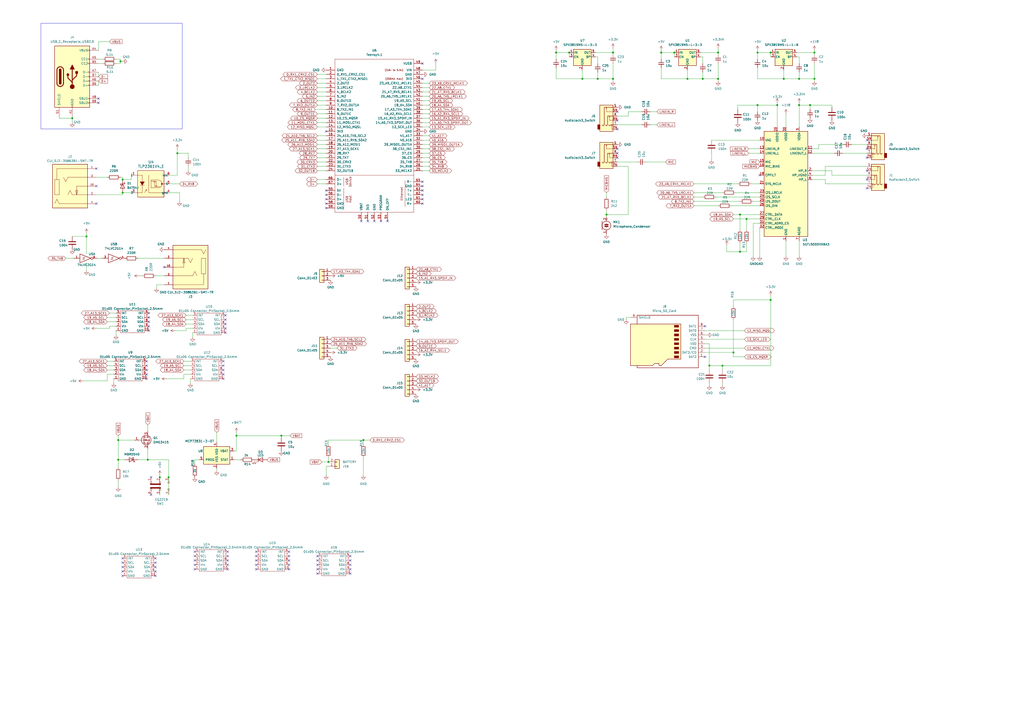
<source format=kicad_sch>
(kicad_sch (version 20231120) (generator "eeschema") (generator_version "8.0")
  (paper "A2")
  (junction (at 71.12 104.14))
  (junction (at 469.9 60.96))
  (junction (at 391.16 30.48))
  (junction (at 439.42 60.96))
  (junction (at 50.165 137.16))
  (junction (at 337.82 45.72))
  (junction (at 429.26 124.46))
  (junction (at 450.85 60.96))
  (junction (at 472.44 30.48))
  (junction (at 97.79 276.86))
  (junction (at 454.66 45.72))
  (junction (at 463.55 60.96))
  (junction (at 322.58 30.48))
  (junction (at 447.04 30.48))
  (junction (at 137.16 252.73))
  (junction (at 419.1 212.09))
  (junction (at 416.56 30.48))
  (junction (at 407.67 45.72))
  (junction (at 439.42 30.48))
  (junction (at 355.6 45.72))
  (junction (at 425.45 204.47))
  (junction (at 68.58 255.27))
  (junction (at 463.55 45.72))
  (junction (at 351.79 124.46))
  (junction (at 330.2 30.48))
  (junction (at 92.71 276.86))
  (junction (at 398.78 45.72))
  (junction (at 163.195 252.73))
  (junction (at 71.12 111.76))
  (junction (at 190.5 267.97))
  (junction (at 429.26 146.05))
  (junction (at 447.04 173.99))
  (junction (at 210.82 255.27))
  (junction (at 69.85 35.56))
  (junction (at 102.87 88.9))
  (junction (at 355.6 30.48))
  (junction (at 346.71 45.72))
  (junction (at 416.56 45.72))
  (junction (at 68.58 266.7))
  (junction (at 411.48 212.09))
  (junction (at 41.91 68.58))
  (junction (at 472.44 45.72))
  (junction (at 433.07 127))
  (junction (at 383.54 30.48))
  (junction (at 85.725 266.7))
  (no_connect (at 85.09 212.09))
  (no_connect (at 130.81 190.5))
  (no_connect (at 85.09 209.55))
  (no_connect (at 167.64 327.66))
  (no_connect (at 184.15 325.12))
  (no_connect (at 184.15 332.74))
  (no_connect (at 85.09 214.63))
  (no_connect (at 90.17 323.85))
  (no_connect (at 502.92 81.28))
  (no_connect (at 129.54 217.17))
  (no_connect (at 71.12 328.93))
  (no_connect (at 129.54 214.63))
  (no_connect (at 502.92 86.36))
  (no_connect (at 90.17 326.39))
  (no_connect (at 86.36 191.77))
  (no_connect (at 130.81 193.04))
  (no_connect (at 129.54 209.55))
  (no_connect (at 113.03 322.58))
  (no_connect (at 358.14 74.93))
  (no_connect (at 113.03 330.2))
  (no_connect (at 245.11 113.03))
  (no_connect (at 502.92 104.14))
  (no_connect (at 189.23 118.11))
  (no_connect (at 148.59 330.2))
  (no_connect (at 87.63 276.86))
  (no_connect (at 132.08 327.66))
  (no_connect (at 502.92 91.44))
  (no_connect (at 130.81 185.42))
  (no_connect (at 86.36 181.61))
  (no_connect (at 358.14 69.85))
  (no_connect (at 167.64 322.58))
  (no_connect (at 132.08 320.04))
  (no_connect (at 55.88 107.95))
  (no_connect (at 189.23 113.03))
  (no_connect (at 203.2 325.12))
  (no_connect (at 245.11 110.49))
  (no_connect (at 57.15 59.69))
  (no_connect (at 502.92 99.06))
  (no_connect (at 129.54 219.71))
  (no_connect (at 209.55 128.27))
  (no_connect (at 132.08 325.12))
  (no_connect (at 71.12 334.01))
  (no_connect (at 189.23 76.2))
  (no_connect (at 358.14 88.9))
  (no_connect (at 502.92 109.22))
  (no_connect (at 55.88 97.79))
  (no_connect (at 132.08 322.58))
  (no_connect (at 203.2 322.58))
  (no_connect (at 90.17 334.01))
  (no_connect (at 203.2 330.2))
  (no_connect (at 148.59 320.04))
  (no_connect (at 86.36 186.69))
  (no_connect (at 130.81 182.88))
  (no_connect (at 217.17 128.27))
  (no_connect (at 132.08 330.2))
  (no_connect (at 213.36 128.27))
  (no_connect (at 408.94 207.01))
  (no_connect (at 358.14 86.36))
  (no_connect (at 148.59 327.66))
  (no_connect (at 203.2 327.66))
  (no_connect (at 167.64 320.04))
  (no_connect (at 220.98 128.27))
  (no_connect (at 184.15 322.58))
  (no_connect (at 440.69 101.6))
  (no_connect (at 148.59 322.58))
  (no_connect (at 71.12 331.47))
  (no_connect (at 55.88 118.11))
  (no_connect (at 184.15 330.2))
  (no_connect (at 245.11 105.41))
  (no_connect (at 90.17 328.93))
  (no_connect (at 113.03 325.12))
  (no_connect (at 167.64 325.12))
  (no_connect (at 71.12 323.85))
  (no_connect (at 245.11 45.72))
  (no_connect (at 148.59 325.12))
  (no_connect (at 358.14 91.44))
  (no_connect (at 90.17 331.47))
  (no_connect (at 184.15 327.66))
  (no_connect (at 85.09 217.17))
  (no_connect (at 113.03 327.66))
  (no_connect (at 245.11 118.11))
  (no_connect (at 189.23 120.65))
  (no_connect (at 203.2 332.74))
  (no_connect (at 358.14 64.77))
  (no_connect (at 245.11 115.57))
  (no_connect (at 95.25 154.94))
  (no_connect (at 245.11 36.83))
  (no_connect (at 71.12 326.39))
  (no_connect (at 408.94 189.23))
  (no_connect (at 245.11 107.95))
  (no_connect (at 189.23 115.57))
  (no_connect (at 224.79 128.27))
  (no_connect (at 189.23 110.49))
  (no_connect (at 167.64 330.2))
  (no_connect (at 113.03 320.04))
  (no_connect (at 86.36 184.15))
  (no_connect (at 85.09 219.71))
  (no_connect (at 129.54 212.09))
  (no_connect (at 87.63 287.02))
  (no_connect (at 130.81 187.96))
  (no_connect (at 57.15 57.15))
  (no_connect (at 86.36 189.23))
  (wire (pts (xy 471.17 86.36) (xy 474.98 86.36)))
  (wire (pts (xy 447.04 30.48) (xy 447.04 33.02)))
  (wire (pts (xy 330.2 30.48) (xy 330.2 33.02)))
  (wire (pts (xy 135.89 266.7) (xy 139.7 266.7)))
  (wire (pts (xy 113.03 269.24) (xy 113.03 266.7)))
  (wire (pts (xy 248.92 73.66) (xy 245.11 73.66)))
  (wire (pts (xy 59.055 149.86) (xy 56.515 149.86)))
  (wire (pts (xy 137.16 261.62) (xy 137.16 252.73)))
  (wire (pts (xy 66.04 219.71) (xy 66.04 222.25)))
  (wire (pts (xy 469.9 60.96) (xy 463.55 60.96)))
  (wire (pts (xy 68.58 255.27) (xy 68.58 266.7)))
  (wire (pts (xy 184.15 88.9) (xy 189.23 88.9)))
  (wire (pts (xy 391.16 30.48) (xy 391.16 33.02)))
  (wire (pts (xy 71.12 102.87) (xy 71.12 104.14)))
  (wire (pts (xy 472.44 29.21) (xy 472.44 30.48)))
  (wire (pts (xy 383.54 30.48) (xy 383.54 34.29)))
  (wire (pts (xy 358.14 72.39) (xy 372.11 72.39)))
  (wire (pts (xy 463.55 45.72) (xy 472.44 45.72)))
  (wire (pts (xy 346.71 33.02) (xy 345.44 33.02)))
  (wire (pts (xy 408.94 199.39) (xy 411.48 199.39)))
  (wire (pts (xy 252.73 40.64) (xy 245.11 40.64)))
  (wire (pts (xy 62.23 214.63) (xy 66.04 214.63)))
  (wire (pts (xy 57.15 24.13) (xy 63.5 24.13)))
  (wire (pts (xy 248.92 48.26) (xy 245.11 48.26)))
  (wire (pts (xy 72.39 149.86) (xy 73.025 149.86)))
  (wire (pts (xy 69.85 35.56) (xy 71.12 35.56)))
  (wire (pts (xy 248.92 68.58) (xy 245.11 68.58)))
  (wire (pts (xy 462.28 30.48) (xy 472.44 30.48)))
  (wire (pts (xy 109.22 99.06) (xy 109.22 96.52)))
  (wire (pts (xy 447.04 171.45) (xy 447.04 173.99)))
  (wire (pts (xy 184.15 96.52) (xy 189.23 96.52)))
  (wire (pts (xy 355.6 46.99) (xy 355.6 45.72)))
  (wire (pts (xy 472.44 30.48) (xy 472.44 31.75)))
  (wire (pts (xy 463.55 59.69) (xy 463.55 60.96)))
  (wire (pts (xy 425.45 127) (xy 433.07 127)))
  (wire (pts (xy 78.105 255.27) (xy 68.58 255.27)))
  (wire (pts (xy 184.15 60.96) (xy 189.23 60.96)))
  (wire (pts (xy 429.26 124.46) (xy 440.69 124.46)))
  (wire (pts (xy 210.82 265.43) (xy 210.82 275.59)))
  (wire (pts (xy 71.12 113.03) (xy 71.12 111.76)))
  (wire (pts (xy 184.15 50.8) (xy 189.23 50.8)))
  (wire (pts (xy 471.17 99.06) (xy 482.6 99.06)))
  (wire (pts (xy 184.15 71.12) (xy 189.23 71.12)))
  (wire (pts (xy 433.07 127) (xy 440.69 127)))
  (wire (pts (xy 248.92 71.12) (xy 245.11 71.12)))
  (wire (pts (xy 248.92 91.44) (xy 245.11 91.44)))
  (wire (pts (xy 97.79 266.7) (xy 97.79 276.86)))
  (wire (pts (xy 184.15 43.18) (xy 189.23 43.18)))
  (wire (pts (xy 67.31 191.77) (xy 67.31 194.31)))
  (wire (pts (xy 419.1 212.09) (xy 419.1 214.63)))
  (wire (pts (xy 454.66 40.64) (xy 454.66 45.72)))
  (wire (pts (xy 48.26 220.98) (xy 62.23 220.98)))
  (wire (pts (xy 419.1 212.09) (xy 447.04 212.09)))
  (wire (pts (xy 440.69 132.08) (xy 440.69 148.59)))
  (wire (pts (xy 137.16 252.73) (xy 163.195 252.73)))
  (wire (pts (xy 190.5 255.27) (xy 190.5 257.81)))
  (wire (pts (xy 407.67 45.72) (xy 416.56 45.72)))
  (wire (pts (xy 190.5 255.27) (xy 210.82 255.27)))
  (wire (pts (xy 358.14 96.52) (xy 364.49 96.52)))
  (wire (pts (xy 184.15 68.58) (xy 189.23 68.58)))
  (wire (pts (xy 322.58 39.37) (xy 322.58 45.72)))
  (wire (pts (xy 104.14 111.76) (xy 104.14 116.84)))
  (wire (pts (xy 429.26 133.35) (xy 429.26 124.46)))
  (wire (pts (xy 358.14 67.31) (xy 364.49 67.31)))
  (wire (pts (xy 248.92 55.88) (xy 245.11 55.88)))
  (wire (pts (xy 71.12 102.87) (xy 69.85 102.87)))
  (wire (pts (xy 101.6 191.77) (xy 107.95 191.77)))
  (wire (pts (xy 365.76 184.15) (xy 363.22 184.15)))
  (wire (pts (xy 439.42 60.96) (xy 450.85 60.96)))
  (wire (pts (xy 322.58 45.72) (xy 337.82 45.72)))
  (wire (pts (xy 472.44 46.99) (xy 472.44 45.72)))
  (wire (pts (xy 76.2 101.6) (xy 77.47 101.6)))
  (wire (pts (xy 184.15 73.66) (xy 189.23 73.66)))
  (wire (pts (xy 106.68 212.09) (xy 110.49 212.09)))
  (wire (pts (xy 106.68 209.55) (xy 110.49 209.55)))
  (wire (pts (xy 184.15 48.26) (xy 189.23 48.26)))
  (wire (pts (xy 68.58 266.7) (xy 68.58 271.145)))
  (wire (pts (xy 80.645 160.02) (xy 82.55 160.02)))
  (wire (pts (xy 494.03 83.82) (xy 502.92 83.82)))
  (wire (pts (xy 412.75 81.28) (xy 440.69 81.28)))
  (wire (pts (xy 62.23 220.98) (xy 62.23 217.17)))
  (wire (pts (xy 478.79 96.52) (xy 478.79 101.6)))
  (wire (pts (xy 34.29 67.31) (xy 34.29 68.58)))
  (wire (pts (xy 62.23 184.15) (xy 67.31 184.15)))
  (wire (pts (xy 76.2 104.14) (xy 71.12 104.14)))
  (wire (pts (xy 439.42 30.48) (xy 447.04 30.48)))
  (wire (pts (xy 455.93 139.7) (xy 455.93 148.59)))
  (wire (pts (xy 214.63 255.27) (xy 210.82 255.27)))
  (wire (pts (xy 186.69 267.97) (xy 190.5 267.97)))
  (wire (pts (xy 184.15 91.44) (xy 189.23 91.44)))
  (wire (pts (xy 189.23 275.59) (xy 189.23 270.51)))
  (wire (pts (xy 478.79 106.68) (xy 502.92 106.68)))
  (wire (pts (xy 248.92 93.98) (xy 245.11 93.98)))
  (wire (pts (xy 415.29 114.3) (xy 440.69 114.3)))
  (wire (pts (xy 107.95 187.96) (xy 111.76 187.96)))
  (wire (pts (xy 469.9 63.5) (xy 469.9 60.96)))
  (wire (pts (xy 248.92 96.52) (xy 245.11 96.52)))
  (wire (pts (xy 248.92 66.04) (xy 245.11 66.04)))
  (wire (pts (xy 425.45 173.99) (xy 425.45 177.8)))
  (wire (pts (xy 41.91 68.58) (xy 41.91 71.12)))
  (wire (pts (xy 68.58 282.575) (xy 68.58 278.765)))
  (wire (pts (xy 381 72.39) (xy 377.19 72.39)))
  (wire (pts (xy 502.92 96.52) (xy 478.79 96.52)))
  (wire (pts (xy 386.08 93.98) (xy 374.65 93.98)))
  (wire (pts (xy 248.92 53.34) (xy 245.11 53.34)))
  (wire (pts (xy 184.15 58.42) (xy 189.23 58.42)))
  (wire (pts (xy 434.34 88.9) (xy 440.69 88.9)))
  (wire (pts (xy 482.6 99.06) (xy 482.6 101.6)))
  (wire (pts (xy 68.58 252.73) (xy 68.58 255.27)))
  (wire (pts (xy 190.5 265.43) (xy 190.5 267.97)))
  (wire (pts (xy 351.79 111.76) (xy 351.79 114.3)))
  (wire (pts (xy 381 64.77) (xy 377.19 64.77)))
  (wire (pts (xy 69.85 36.83) (xy 67.31 36.83)))
  (wire (pts (xy 398.78 45.72) (xy 407.67 45.72)))
  (wire (pts (xy 398.78 40.64) (xy 398.78 45.72)))
  (wire (pts (xy 109.22 91.44) (xy 109.22 88.9)))
  (wire (pts (xy 355.6 27.94) (xy 355.6 30.48)))
  (wire (pts (xy 345.44 30.48) (xy 355.6 30.48)))
  (wire (pts (xy 482.6 62.23) (xy 482.6 60.96)))
  (wire (pts (xy 57.15 46.99) (xy 57.15 49.53)))
  (wire (pts (xy 411.48 199.39) (xy 411.48 212.09)))
  (wire (pts (xy 97.79 276.86) (xy 97.79 287.02)))
  (wire (pts (xy 97.79 101.6) (xy 102.87 101.6)))
  (wire (pts (xy 425.45 207.01) (xy 431.8 207.01)))
  (wire (pts (xy 383.54 29.21) (xy 383.54 30.48)))
  (wire (pts (xy 322.58 29.21) (xy 322.58 30.48)))
  (wire (pts (xy 447.04 173.99) (xy 447.04 212.09)))
  (wire (pts (xy 63.5 181.61) (xy 67.31 181.61)))
  (wire (pts (xy 110.49 219.71) (xy 110.49 222.25)))
  (wire (pts (xy 102.87 86.36) (xy 102.87 88.9)))
  (wire (pts (xy 364.49 124.46) (xy 351.79 124.46)))
  (wire (pts (xy 191.77 201.93) (xy 195.58 201.93)))
  (wire (pts (xy 402.59 116.84) (xy 429.26 116.84)))
  (wire (pts (xy 184.15 104.14) (xy 189.23 104.14)))
  (wire (pts (xy 346.71 41.91) (xy 346.71 45.72)))
  (wire (pts (xy 62.23 212.09) (xy 66.04 212.09)))
  (wire (pts (xy 184.15 66.04) (xy 189.23 66.04)))
  (wire (pts (xy 419.1 223.52) (xy 419.1 222.25)))
  (wire (pts (xy 416.56 45.72) (xy 416.56 36.83)))
  (wire (pts (xy 433.07 140.97) (xy 433.07 146.05)))
  (wire (pts (xy 57.15 29.21) (xy 57.15 24.13)))
  (wire (pts (xy 351.79 125.73) (xy 351.79 124.46)))
  (wire (pts (xy 38.1 149.86) (xy 42.545 149.86)))
  (wire (pts (xy 369.57 93.98) (xy 358.14 93.98)))
  (wire (pts (xy 407.67 33.02) (xy 406.4 33.02)))
  (wire (pts (xy 184.15 86.36) (xy 189.23 86.36)))
  (wire (pts (xy 402.59 114.3) (xy 407.67 114.3)))
  (wire (pts (xy 433.07 133.35) (xy 433.07 127)))
  (wire (pts (xy 41.91 67.31) (xy 41.91 68.58)))
  (wire (pts (xy 106.68 214.63) (xy 110.49 214.63)))
  (wire (pts (xy 439.42 39.37) (xy 439.42 45.72)))
  (wire (pts (xy 402.59 119.38) (xy 416.56 119.38)))
  (wire (pts (xy 184.15 45.72) (xy 189.23 45.72)))
  (wire (pts (xy 72.39 266.7) (xy 68.58 266.7)))
  (wire (pts (xy 427.99 60.96) (xy 439.42 60.96)))
  (wire (pts (xy 248.92 58.42) (xy 245.11 58.42)))
  (wire (pts (xy 455.93 66.04) (xy 455.93 73.66)))
  (wire (pts (xy 408.94 191.77) (xy 431.8 191.77)))
  (wire (pts (xy 85.725 260.35) (xy 85.725 266.7)))
  (wire (pts (xy 71.12 111.76) (xy 77.47 111.76)))
  (wire (pts (xy 95.25 165.1) (xy 90.805 165.1)))
  (wire (pts (xy 450.85 60.96) (xy 450.85 73.66)))
  (wire (pts (xy 337.82 45.72) (xy 346.71 45.72)))
  (wire (pts (xy 439.42 64.77) (xy 439.42 60.96)))
  (wire (pts (xy 474.98 83.82) (xy 488.95 83.82)))
  (wire (pts (xy 411.48 223.52) (xy 411.48 222.25)))
  (wire (pts (xy 34.29 68.58) (xy 41.91 68.58)))
  (wire (pts (xy 463.55 41.91) (xy 463.55 45.72)))
  (wire (pts (xy 346.71 45.72) (xy 355.6 45.72)))
  (wire (pts (xy 412.75 88.9) (xy 412.75 92.71)))
  (wire (pts (xy 252.73 36.83) (xy 252.73 40.64)))
  (wire (pts (xy 402.59 111.76) (xy 419.1 111.76)))
  (wire (pts (xy 436.88 129.54) (xy 436.88 148.59)))
  (wire (pts (xy 402.59 106.68) (xy 427.99 106.68)))
  (wire (pts (xy 416.56 30.48) (xy 416.56 31.75)))
  (wire (pts (xy 189.23 270.51) (xy 190.5 270.51)))
  (wire (pts (xy 248.92 78.74) (xy 245.11 78.74)))
  (wire (pts (xy 85.725 266.7) (xy 97.79 266.7)))
  (wire (pts (xy 184.15 81.28) (xy 189.23 81.28)))
  (wire (pts (xy 407.67 36.83) (xy 407.67 33.02)))
  (wire (pts (xy 113.03 266.7) (xy 115.57 266.7)))
  (wire (pts (xy 55.88 113.03) (xy 71.12 113.03)))
  (wire (pts (xy 383.54 39.37) (xy 383.54 45.72)))
  (wire (pts (xy 383.54 45.72) (xy 398.78 45.72)))
  (wire (pts (xy 408.94 201.93) (xy 431.8 201.93)))
  (wire (pts (xy 364.49 67.31) (xy 364.49 64.77)))
  (wire (pts (xy 440.69 129.54) (xy 436.88 129.54)))
  (wire (pts (xy 248.92 60.96) (xy 245.11 60.96)))
  (wire (pts (xy 184.15 55.88) (xy 189.23 55.88)))
  (wire (pts (xy 406.4 30.48) (xy 416.56 30.48)))
  (wire (pts (xy 337.82 40.64) (xy 337.82 45.72)))
  (wire (pts (xy 425.45 124.46) (xy 429.26 124.46)))
  (wire (pts (xy 363.22 184.15) (xy 363.22 185.42)))
  (wire (pts (xy 184.15 93.98) (xy 189.23 93.98)))
  (wire (pts (xy 107.95 182.88) (xy 111.76 182.88)))
  (wire (pts (xy 248.92 99.06) (xy 245.11 99.06)))
  (wire (pts (xy 248.92 83.82) (xy 245.11 83.82)))
  (wire (pts (xy 107.95 185.42) (xy 111.76 185.42)))
  (wire (pts (xy 463.55 36.83) (xy 463.55 33.02)))
  (wire (pts (xy 463.55 60.96) (xy 463.55 73.66)))
  (wire (pts (xy 135.89 261.62) (xy 137.16 261.62)))
  (wire (pts (xy 62.23 209.55) (xy 66.04 209.55)))
  (wire (pts (xy 184.15 99.06) (xy 189.23 99.06)))
  (wire (pts (xy 482.6 101.6) (xy 502.92 101.6)))
  (wire (pts (xy 488.95 88.9) (xy 502.92 88.9)))
  (wire (pts (xy 248.92 81.28) (xy 245.11 81.28)))
  (wire (pts (xy 355.6 45.72) (xy 355.6 36.83)))
  (wire (pts (xy 474.98 86.36) (xy 474.98 83.82)))
  (wire (pts (xy 62.23 186.69) (xy 67.31 186.69)))
  (wire (pts (xy 410.21 194.31) (xy 408.94 194.31)))
  (wire (pts (xy 90.17 160.02) (xy 95.25 160.02)))
  (wire (pts (xy 182.88 63.5) (xy 189.23 63.5)))
  (wire (pts (xy 478.79 101.6) (xy 471.17 101.6)))
  (wire (pts (xy 439.42 30.48) (xy 439.42 34.29)))
  (wire (pts (xy 463.55 33.02) (xy 462.28 33.02)))
  (wire (pts (xy 137.16 252.73) (xy 137.16 250.825)))
  (wire (pts (xy 383.54 30.48) (xy 391.16 30.48)))
  (wire (pts (xy 454.66 45.72) (xy 463.55 45.72)))
  (wire (pts (xy 436.88 116.84) (xy 440.69 116.84)))
  (wire (pts (xy 425.45 173.99) (xy 447.04 173.99)))
  (wire (pts (xy 471.17 104.14) (xy 478.79 104.14)))
  (wire (pts (xy 450.85 59.69) (xy 450.85 60.96)))
  (wire (pts (xy 210.82 257.81) (xy 210.82 255.27)))
  (wire (pts (xy 90.805 165.1) (xy 90.805 167.005)))
  (wire (pts (xy 63.5 190.5) (xy 63.5 189.23)))
  (wire (pts (xy 106.68 219.71) (xy 106.68 217.17)))
  (wire (pts (xy 67.31 34.29) (xy 69.85 34.29)))
  (wire (pts (xy 471.17 88.9) (xy 483.87 88.9)))
  (wire (pts (xy 416.56 46.99) (xy 416.56 45.72)))
  (wire (pts (xy 439.42 45.72) (xy 454.66 45.72)))
  (wire (pts (xy 109.22 88.9) (xy 102.87 88.9)))
  (wire (pts (xy 364.49 96.52) (xy 364.49 124.46)))
  (wire (pts (xy 427.99 63.5) (xy 427.99 60.96)))
  (wire (pts (xy 439.42 29.21) (xy 439.42 30.48)))
  (wire (pts (xy 57.15 34.29) (xy 59.69 34.29)))
  (wire (pts (xy 351.79 124.46) (xy 351.79 121.92)))
  (wire (pts (xy 425.45 185.42) (xy 425.45 204.47)))
  (wire (pts (xy 62.23 217.17) (xy 66.04 217.17)))
  (wire (pts (xy 322.58 30.48) (xy 322.58 34.29)))
  (wire (pts (xy 425.45 207.01) (xy 425.45 204.47)))
  (wire (pts (xy 424.18 119.38) (xy 440.69 119.38)))
  (wire (pts (xy 463.55 139.7) (xy 463.55 148.59)))
  (wire (pts (xy 411.48 212.09) (xy 419.1 212.09)))
  (wire (pts (xy 248.92 88.9) (xy 245.11 88.9)))
  (wire (pts (xy 184.15 78.74) (xy 189.23 78.74)))
  (wire (pts (xy 125.73 250.825) (xy 125.73 256.54)))
  (wire (pts (xy 408.94 204.47) (xy 425.45 204.47)))
  (wire (pts (xy 416.56 27.94) (xy 416.56 30.48)))
  (wire (pts (xy 63.5 189.23) (xy 67.31 189.23)))
  (wire (pts (xy 429.26 146.05) (xy 421.64 146.05)))
  (wire (pts (xy 97.79 106.68) (xy 104.14 106.68)))
  (wire (pts (xy 184.15 83.82) (xy 189.23 83.82)))
  (wire (pts (xy 57.15 44.45) (xy 57.15 41.91)))
  (wire (pts (xy 346.71 36.83) (xy 346.71 33.02)))
  (wire (pts (xy 97.79 111.76) (xy 104.14 111.76)))
  (wire (pts (xy 92.71 276.86) (xy 92.71 287.02)))
  (wire (pts (xy 184.15 53.34) (xy 189.23 53.34)))
  (wire (pts (xy 69.85 35.56) (xy 69.85 36.83)))
  (wire (pts (xy 57.15 36.83) (xy 59.69 36.83)))
  (wire (pts (xy 426.72 111.76) (xy 440.69 111.76)))
  (wire (pts (xy 50.165 156.845) (xy 50.165 152.4)))
  (wire (pts (xy 421.64 146.05) (xy 421.64 142.24)))
  (wire (pts (xy 408.94 196.85) (xy 431.8 196.85)))
  (wire (pts (xy 355.6 30.48) (xy 355.6 31.75)))
  (wire (pts (xy 433.07 146.05) (xy 429.26 146.05)))
  (wire (pts (xy 55.88 102.87) (xy 62.23 102.87)))
  (wire (pts (xy 248.92 50.8) (xy 245.11 50.8)))
  (wire (pts (xy 96.52 219.71) (xy 106.68 219.71)))
  (wire (pts (xy 107.95 190.5) (xy 111.76 190.5)))
  (wire (pts (xy 482.6 60.96) (xy 469.9 60.96)))
  (wire (pts (xy 50.165 137.16) (xy 50.165 147.32)))
  (wire (pts (xy 478.79 104.14) (xy 478.79 106.68)))
  (wire (pts (xy 111.76 193.04) (xy 111.76 195.58)))
  (wire (pts (xy 69.85 34.29) (xy 69.85 35.56)))
  (wire (pts (xy 50.165 135.255) (xy 50.165 137.16)))
  (wire (pts (xy 472.44 45.72) (xy 472.44 36.83)))
  (wire (pts (xy 80.01 149.86) (xy 95.25 149.86)))
  (wire (pts (xy 125.73 273.05) (xy 125.73 271.78)))
  (wire (pts (xy 407.67 41.91) (xy 407.67 45.72)))
  (wire (pts (xy 248.92 63.5) (xy 245.11 63.5)))
  (wire (pts (xy 85.725 246.38) (xy 85.725 250.19)))
  (wire (pts (xy 184.15 106.68) (xy 189.23 106.68)))
  (wire (pts (xy 322.58 30.48) (xy 330.2 30.48)))
  (wire (pts (xy 80.01 266.7) (xy 85.725 266.7)))
  (wire (pts (xy 435.61 106.68) (xy 440.69 106.68)))
  (wire (pts (xy 364.49 64.77) (xy 372.11 64.77)))
  (wire (pts (xy 55.88 190.5) (xy 63.5 190.5)))
  (wire (pts (xy 429.26 140.97) (xy 429.26 146.05)))
  (wire (pts (xy 248.92 86.36) (xy 245.11 86.36)))
  (wire (pts (xy 102.87 88.9) (xy 102.87 101.6)))
  (wire (pts (xy 107.95 191.77) (xy 107.95 190.5)))
  (wire (pts (xy 92.71 275.59) (xy 92.71 276.86)))
  (wire (pts (xy 41.91 137.16) (xy 50.165 137.16)))
  (wire (pts (xy 163.195 252.73) (xy 163.195 254)))
  (wire (pts (xy 76.2 101.6) (xy 76.2 104.14)))
  (wire (pts (xy 434.34 86.36) (xy 440.69 86.36)))
  (wire (pts (xy 163.195 252.73) (xy 168.275 252.73)))
  (wire (pts (xy 411.48 212.09) (xy 411.48 214.63)))
  (wire (pts (xy 106.68 217.17) (xy 110.49 217.17)))
  (rectangle (start 23.749 13.462) (end 105.664 74.803))
  (global_label "20_A6_TX5_LRCLK1" (shape bidirectional) (at 402.59 111.76 180) (property "Intersheetrefs" "${INTERSHEET_REFS}" (effects (hide yes))))
  (global_label "22_A8_CTX1" (shape bidirectional) (at 248.92 50.8 0) (property "Intersheetrefs" "${INTERSHEET_REFS}" (effects (hide yes))))
  (global_label "37_CS" (shape bidirectional) (at 248.92 88.9 0) (property "Intersheetrefs" "${INTERSHEET_REFS}" (effects (hide yes))))
  (global_label "25_A11_RX6_SDA2" (shape bidirectional) (at 184.15 81.28 180) (property "Intersheetrefs" "${INTERSHEET_REFS}" (effects (hide yes))))
  (global_label "27_A13_SCK1" (shape bidirectional) (at 107.95 182.88 180) (property "Intersheetrefs" "${INTERSHEET_REFS}" (effects (hide yes))))
  (global_label "3_LRCLK2" (shape bidirectional) (at 241.3 182.88 0) (property "Intersheetrefs" "${INTERSHEET_REFS}" (effects (hide yes))))
  (global_label "17_A3_TX4_SDA1" (shape bidirectional) (at 191.77 157.48 0) (property "Intersheetrefs" "${INTERSHEET_REFS}" (effects (hide yes))))
  (global_label "3_LRCLK2" (shape bidirectional) (at 184.15 50.8 180) (property "Intersheetrefs" "${INTERSHEET_REFS}" (effects (hide yes))))
  (global_label "5_IN2" (shape bidirectional) (at 241.3 158.75 0) (property "Intersheetrefs" "${INTERSHEET_REFS}" (effects (hide yes))))
  (global_label "MIC" (shape input) (at 440.69 93.98 180) (property "Intersheetrefs" "${INTERSHEET_REFS}" (effects (hide yes))))
  (global_label "12_MISO_MQSL" (shape bidirectional) (at 431.8 191.77 0) (property "Intersheetrefs" "${INTERSHEET_REFS}" (effects (hide yes))))
  (global_label "35_TX8" (shape bidirectional) (at 248.92 93.98 0) (property "Intersheetrefs" "${INTERSHEET_REFS}" (effects (hide yes))))
  (global_label "0_RX1_CRX2_CS1" (shape bidirectional) (at 214.63 255.27 0) (property "Intersheetrefs" "${INTERSHEET_REFS}" (effects (hide yes))))
  (global_label "VBUS" (shape input) (at 154.94 266.7 0) (property "Intersheetrefs" "${INTERSHEET_REFS}" (effects (hide yes))))
  (global_label "9_OUT1C" (shape bidirectional) (at 241.3 200.66 0) (property "Intersheetrefs" "${INTERSHEET_REFS}" (effects (hide yes))))
  (global_label "32_OUT1B" (shape bidirectional) (at 241.3 220.98 0) (property "Intersheetrefs" "${INTERSHEET_REFS}" (effects (hide yes))))
  (global_label "19_A5_SCL" (shape bidirectional) (at 106.68 212.09 180) (property "Intersheetrefs" "${INTERSHEET_REFS}" (effects (hide yes))))
  (global_label "32_OUT1B" (shape bidirectional) (at 184.15 99.06 180) (property "Intersheetrefs" "${INTERSHEET_REFS}" (effects (hide yes))))
  (global_label "4_BCLK2" (shape bidirectional) (at 184.15 53.34 180) (property "Intersheetrefs" "${INTERSHEET_REFS}" (effects (hide yes))))
  (global_label "5_IN2" (shape bidirectional) (at 184.15 55.88 180) (property "Intersheetrefs" "${INTERSHEET_REFS}" (effects (hide yes))))
  (global_label "40_A16" (shape bidirectional) (at 248.92 81.28 0) (property "Intersheetrefs" "${INTERSHEET_REFS}" (effects (hide yes))))
  (global_label "23_A9_CRX1_MCLK1" (shape bidirectional) (at 248.92 48.26 0) (property "Intersheetrefs" "${INTERSHEET_REFS}" (effects (hide yes))))
  (global_label "15_A1_RX3_SPDIF_IN" (shape bidirectional) (at 241.3 161.29 0) (property "Intersheetrefs" "${INTERSHEET_REFS}" (effects (hide yes))))
  (global_label "7_RX2_OUT1A" (shape bidirectional) (at 184.15 60.96 180) (property "Intersheetrefs" "${INTERSHEET_REFS}" (effects (hide yes))))
  (global_label "19_A5_SCL" (shape bidirectional) (at 107.95 185.42 180) (property "Intersheetrefs" "${INTERSHEET_REFS}" (effects (hide yes))))
  (global_label "18_A4_SDA" (shape bidirectional) (at 62.23 186.69 180) (property "Intersheetrefs" "${INTERSHEET_REFS}" (effects (hide yes))))
  (global_label "33_MCLK2" (shape bidirectional) (at 248.92 99.06 0) (property "Intersheetrefs" "${INTERSHEET_REFS}" (effects (hide yes))))
  (global_label "21_A7_RX5_BCLK1" (shape bidirectional) (at 402.59 114.3 180) (property "Intersheetrefs" "${INTERSHEET_REFS}" (effects (hide yes))))
  (global_label "25_A11_RX6_SDA2" (shape bidirectional) (at 191.77 199.39 0) (property "Intersheetrefs" "${INTERSHEET_REFS}" (effects (hide yes))))
  (global_label "VBUS" (shape input) (at 63.5 24.13 0) (property "Intersheetrefs" "${INTERSHEET_REFS}" (effects (hide yes))))
  (global_label "1_TX1_CTX2_MISO1" (shape bidirectional) (at 184.15 45.72 180) (property "Intersheetrefs" "${INTERSHEET_REFS}" (effects (hide yes))))
  (global_label "19_A5_SCL" (shape bidirectional) (at 248.92 58.42 0) (property "Intersheetrefs" "${INTERSHEET_REFS}" (effects (hide yes))))
  (global_label "12_MISO_MQSL" (shape bidirectional) (at 184.15 73.66 180) (property "Intersheetrefs" "${INTERSHEET_REFS}" (effects (hide yes))))
  (global_label "6_OUT1D" (shape bidirectional) (at 184.15 58.42 180) (property "Intersheetrefs" "${INTERSHEET_REFS}" (effects (hide yes))))
  (global_label "18_A4_SDA" (shape bidirectional) (at 425.45 124.46 180) (property "Intersheetrefs" "${INTERSHEET_REFS}" (effects (hide yes))))
  (global_label "LINEIN_R" (shape input) (at 381 64.77 0) (property "Intersheetrefs" "${INTERSHEET_REFS}" (effects (hide yes))))
  (global_label "13_SCK_LED" (shape bidirectional) (at 431.8 196.85 0) (property "Intersheetrefs" "${INTERSHEET_REFS}" (effects (hide yes))))
  (global_label "23_A9_CRX1_MCLK1" (shape bidirectional) (at 402.59 106.68 180) (property "Intersheetrefs" "${INTERSHEET_REFS}" (effects (hide yes))))
  (global_label "9_OUT1C" (shape bidirectional) (at 184.15 66.04 180) (property "Intersheetrefs" "${INTERSHEET_REFS}" (effects (hide yes))))
  (global_label "19_A5_SCL" (shape bidirectional) (at 425.45 127 180) (property "Intersheetrefs" "${INTERSHEET_REFS}" (effects (hide yes))))
  (global_label "18_A4_SDA" (shape bidirectional) (at 106.68 214.63 180) (property "Intersheetrefs" "${INTERSHEET_REFS}" (effects (hide yes))))
  (global_label "MICBIAS" (shape input) (at 351.79 111.76 90) (property "Intersheetrefs" "${INTERSHEET_REFS}" (effects (hide yes))))
  (global_label "18_A4_SDA" (shape bidirectional) (at 107.95 187.96 180) (property "Intersheetrefs" "${INTERSHEET_REFS}" (effects (hide yes))))
  (global_label "27_A13_SCK1" (shape bidirectional) (at 62.23 209.55 180) (property "Intersheetrefs" "${INTERSHEET_REFS}" (effects (hide yes))))
  (global_label "28_RX7" (shape bidirectional) (at 184.15 88.9 180) (property "Intersheetrefs" "${INTERSHEET_REFS}" (effects (hide yes))))
  (global_label "D-" (shape input) (at 57.15 44.45 0) (property "Intersheetrefs" "${INTERSHEET_REFS}" (effects (hide yes))))
  (global_label "D-" (shape bidirectional) (at 184.15 104.14 180) (property "Intersheetrefs" "${INTERSHEET_REFS}" (effects (hide yes))))
  (global_label "39_MISO1_OUT1A" (shape bidirectional) (at 248.92 83.82 0) (property "Intersheetrefs" "${INTERSHEET_REFS}" (effects (hide yes))))
  (global_label "26_A12_MOSI1" (shape bidirectional) (at 184.15 83.82 180) (property "Intersheetrefs" "${INTERSHEET_REFS}" (effects (hide yes))))
  (global_label "D+" (shape bidirectional) (at 184.15 106.68 180) (property "Intersheetrefs" "${INTERSHEET_REFS}" (effects (hide yes))))
  (global_label "8_TX2_IN1" (shape bidirectional) (at 402.59 116.84 180) (property "Intersheetrefs" "${INTERSHEET_REFS}" (effects (hide yes))))
  (global_label "MIC" (shape input) (at 386.08 93.98 0) (property "Intersheetrefs" "${INTERSHEET_REFS}" (effects (hide yes))))
  (global_label "41_A17" (shape bidirectional) (at 241.3 223.52 0) (property "Intersheetrefs" "${INTERSHEET_REFS}" (effects (hide yes))))
  (global_label "21_A7_RX5_BCLK1" (shape bidirectional) (at 248.92 53.34 0) (property "Intersheetrefs" "${INTERSHEET_REFS}" (effects (hide yes))))
  (global_label "20_A6_TX5_LRCLK1" (shape bidirectional) (at 248.92 55.88 0) (property "Intersheetrefs" "${INTERSHEET_REFS}" (effects (hide yes))))
  (global_label "27_A13_SCK1" (shape bidirectional) (at 106.68 209.55 180) (property "Intersheetrefs" "${INTERSHEET_REFS}" (effects (hide yes))))
  (global_label "31_CTX3" (shape bidirectional) (at 184.15 96.52 180) (property "Intersheetrefs" "${INTERSHEET_REFS}" (effects (hide yes))))
  (global_label "LINEIN_R" (shape input) (at 434.34 86.36 180) (property "Intersheetrefs" "${INTERSHEET_REFS}" (effects (hide yes))))
  (global_label "8_TX2_IN1" (shape bidirectional) (at 182.88 63.5 180) (property "Intersheetrefs" "${INTERSHEET_REFS}" (effects (hide yes))))
  (global_label "36_CS" (shape bidirectional) (at 248.92 91.44 0) (property "Intersheetrefs" "${INTERSHEET_REFS}" (effects (hide yes))))
  (global_label "0_RX1_CRX2_CS1" (shape bidirectional) (at 184.15 43.18 180) (property "Intersheetrefs" "${INTERSHEET_REFS}" (effects (hide yes))))
  (global_label "VBAT" (shape input) (at 186.69 267.97 180) (property "Intersheetrefs" "${INTERSHEET_REFS}" (effects (hide yes))))
  (global_label "2_OUT2" (shape bidirectional) (at 241.3 177.8 0) (property "Intersheetrefs" "${INTERSHEET_REFS}" (effects (hide yes))))
  (global_label "27_A13_SCK1" (shape bidirectional) (at 184.15 86.36 180) (property "Intersheetrefs" "${INTERSHEET_REFS}" (effects (hide yes))))
  (global_label "34_RX8" (shape bidirectional) (at 248.92 96.52 0) (property "Intersheetrefs" "${INTERSHEET_REFS}" (effects (hide yes))))
  (global_label "10_CS_MQSR" (shape bidirectional) (at 431.8 207.01 0) (property "Intersheetrefs" "${INTERSHEET_REFS}" (effects (hide yes))))
  (global_label "LINEIN_L" (shape input) (at 434.34 88.9 180) (property "Intersheetrefs" "${INTERSHEET_REFS}" (effects (hide yes))))
  (global_label "13_SCK_LED" (shape bidirectional) (at 248.92 73.66 0) (property "Intersheetrefs" "${INTERSHEET_REFS}" (effects (hide yes))))
  (global_label "31_CTX3" (shape bidirectional) (at 195.58 201.93 0) (property "Intersheetrefs" "${INTERSHEET_REFS}" (effects (hide yes))))
  (global_label "38_CS1_IN1" (shape bidirectional) (at 248.92 86.36 0) (property "Intersheetrefs" "${INTERSHEET_REFS}" (effects (hide yes))))
  (global_label "14_A0_TX3_SPDIF_OUT" (shape bidirectional) (at 248.92 71.12 0) (property "Intersheetrefs" "${INTERSHEET_REFS}" (effects (hide yes))))
  (global_label "18_A4_SDA" (shape bidirectional) (at 248.92 60.96 0) (property "Intersheetrefs" "${INTERSHEET_REFS}" (effects (hide yes))))
  (global_label "24_A10_TX6_SCL2" (shape bidirectional) (at 184.15 78.74 180) (property "Intersheetrefs" "${INTERSHEET_REFS}" (effects (hide yes))))
  (global_label "11_MOSI_CTX1" (shape bidirectional) (at 184.15 71.12 180) (property "Intersheetrefs" "${INTERSHEET_REFS}" (effects (hide yes))))
  (global_label "27_A13_SCK1" (shape bidirectional) (at 63.5 181.61 180) (property "Intersheetrefs" "${INTERSHEET_REFS}" (effects (hide yes))))
  (global_label "35_TX8" (shape bidirectional) (at 38.1 149.86 180) (property "Intersheetrefs" "${INTERSHEET_REFS}" (effects (hide yes))))
  (global_label "14_A0_TX3_SPDIF_OUT" (shape bidirectional) (at 241.3 198.12 0) (property "Intersheetrefs" "${INTERSHEET_REFS}" (effects (hide yes))))
  (global_label "34_RX8" (shape bidirectional) (at 104.14 106.68 0) (property "Intersheetrefs" "${INTERSHEET_REFS}" (effects (hide yes))))
  (global_label "VBAT" (shape input) (at 168.275 252.73 0) (property "Intersheetrefs" "${INTERSHEET_REFS}" (effects (hide yes))))
  (global_label "19_A5_SCL" (shape bidirectional) (at 62.23 212.09 180) (property "Intersheetrefs" "${INTERSHEET_REFS}" (effects (hide yes))))
  (global_label "19_A5_SCL" (shape bidirectional) (at 62.23 184.15 180) (property "Intersheetrefs" "${INTERSHEET_REFS}" (effects (hide yes))))
  (global_label "VBUS" (shape input) (at 68.58 252.73 90) (property "Intersheetrefs" "${INTERSHEET_REFS}" (effects (hide yes))))
  (global_label "41_A17" (shape bidirectional) (at 248.92 78.74 0) (property "Intersheetrefs" "${INTERSHEET_REFS}" (effects (hide yes))))
  (global_label "16_A2_RX4_SCL1" (shape bidirectional) (at 248.92 66.04 0) (property "Intersheetrefs" "${INTERSHEET_REFS}" (effects (hide yes))))
  (global_label "30_CRX3" (shape bidirectional) (at 184.15 93.98 180) (property "Intersheetrefs" "${INTERSHEET_REFS}" (effects (hide yes))))
  (global_label "7_RX2_OUT1A" (shape bidirectional) (at 402.59 119.38 180) (property "Intersheetrefs" "${INTERSHEET_REFS}" (effects (hide yes))))
  (global_label "18_A4_SDA" (shape bidirectional) (at 62.23 214.63 180) (property "Intersheetrefs" "${INTERSHEET_REFS}" (effects (hide yes))))
  (global_label "MICBIAS" (shape input) (at 440.69 96.52 180) (property "Intersheetrefs" "${INTERSHEET_REFS}" (effects (hide yes))))
  (global_label "29_TX7" (shape bidirectional) (at 184.15 91.44 180) (property "Intersheetrefs" "${INTERSHEET_REFS}" (effects (hide yes))))
  (global_label "33_MCLK2" (shape bidirectional) (at 241.3 218.44 0) (property "Intersheetrefs" "${INTERSHEET_REFS}" (effects (hide yes))))
  (global_label "VBAT" (shape input) (at 85.725 246.38 90) (property "Intersheetrefs" "${INTERSHEET_REFS}" (effects (hide yes))))
  (global_label "10_CS_MQSR" (shape bidirectional) (at 184.15 68.58 180) (property "Intersheetrefs" "${INTERSHEET_REFS}" (effects (hide yes))))
  (global_label "16_A2_RX4_SCL1" (shape bidirectional) (at 241.3 203.2 0) (property "Intersheetrefs" "${INTERSHEET_REFS}" (effects (hide yes))))
  (global_label "24_A10_TX6_SCL2" (shape bidirectional) (at 191.77 196.85 0) (property "Intersheetrefs" "${INTERSHEET_REFS}" (effects (hide yes))))
  (global_label "D+" (shape input) (at 57.15 46.99 0) (property "Intersheetrefs" "${INTERSHEET_REFS}" (effects (hide yes))))
  (global_label "LINEIN_L" (shape input) (at 381 72.39 0) (property "Intersheetrefs" "${INTERSHEET_REFS}" (effects (hide yes))))
  (global_label "VBUS" (shape input) (at 125.73 250.825 90) (property "Intersheetrefs" "${INTERSHEET_REFS}" (effects (hide yes))))
  (global_label "4_BCLK2" (shape bidirectional) (at 241.3 180.34 0) (property "Intersheetrefs" "${INTERSHEET_REFS}" (effects (hide yes))))
  (global_label "2_OUT2" (shape bidirectional) (at 184.15 48.26 180) (property "Intersheetrefs" "${INTERSHEET_REFS}" (effects (hide yes))))
  (global_label "11_MOSI_CTX1" (shape bidirectional) (at 431.8 201.93 0) (property "Intersheetrefs" "${INTERSHEET_REFS}" (effects (hide yes))))
  (global_label "22_A8_CTX1" (shape bidirectional) (at 241.3 156.21 0) (property "Intersheetrefs" "${INTERSHEET_REFS}" (effects (hide yes))))
  (global_label "17_A3_TX4_SDA1" (shape bidirectional) (at 248.92 63.5 0) (property "Intersheetrefs" "${INTERSHEET_REFS}" (effects (hide yes))))
  (global_label "15_A1_RX3_SPDIF_IN" (shape bidirectional) (at 248.92 68.58 0) (property "Intersheetrefs" "${INTERSHEET_REFS}" (effects (hide yes))))
  (symbol (lib_id "power:+3.3V") (at 191.77 204.47 270) (unit 1)
    (property "Reference" "#PWR048" (effects (hide yes)))
    (property "Value" "+3.3V" (at 195.58 204.4699 90) (effects (justify left)))
  )
  (symbol (lib_id "Device:C_Small") (at 416.56 34.29 0) (unit 1)
    (property "Reference" "C1" (at 419.1 33.0263 0) (effects (justify left)))
    (property "Value" "1u" (at 419.1 35.5663 0) (effects (justify left)))
    (property "Footprint" "Capacitor_SMD:C_0402_1005Metric" (effects (hide yes)))
    (property "lcsc#" "C52923" (effects (hide yes)))
  )
  (symbol (lib_id "power:GND") (at 355.6 46.99 0) (unit 1)
    (property "Reference" "#PWR055" (effects (hide yes)))
    (property "Value" "GND" (at 355.6 51.435 0))
  )
  (symbol (lib_id "Device:LED") (at 151.13 266.7 0) (unit 1)
    (property "Reference" "D3" (at 151.13 262.255 0))
    (property "Value" "LED" (at 151.13 264.16 0))
    (property "Footprint" "LED_SMD:LED_0603_1608Metric" (effects (hide yes)))
    (property "lcsc#" "C2286" (effects (hide yes)))
  )
  (symbol (lib_id "power:+5V") (at 383.54 29.21 0) (unit 1)
    (property "Reference" "#PWR03" (effects (hide yes)))
    (property "Value" "+5V" (at 383.54 24.13 0))
  )
  (symbol (lib_id "Device:Q_PMOS_GSD") (at 83.185 255.27 0) (unit 1)
    (property "Reference" "Q1" (at 88.9 254 0) (effects (justify left)))
    (property "Value" "DMG3415" (at 88.9 256.54 0) (effects (justify left)))
    (property "Footprint" "Package_TO_SOT_SMD:SOT-23" (effects (hide yes)))
    (property "lcsc#" "C7202986" (effects (hide yes)))
  )
  (symbol (lib_id "power:GND") (at 410.21 194.31 90) (unit 1)
    (property "Reference" "#PWR039" (effects (hide yes)))
    (property "Value" "GND" (at 417.195 194.31 90) (effects (justify left)))
  )
  (symbol (lib_id "power:GND") (at 71.12 35.56 90) (unit 1)
    (property "Reference" "#PWR032" (effects (hide yes)))
    (property "Value" "GND" (at 71.12 33.02 90) (effects (justify right)))
  )
  (symbol (lib_id "Device:R") (at 422.91 111.76 90) (unit 1)
    (property "Reference" "R2" (at 423.164 106.934 90))
    (property "Value" "22R" (at 423.164 109.474 90))
    (property "Footprint" "Resistor_SMD:R_0402_1005Metric" (effects (hide yes)))
    (property "lcsc#" "C25092" (effects (hide yes)))
  )
  (symbol (lib_id "Device:R") (at 76.2 149.86 90) (unit 1)
    (property "Reference" "R7" (at 76.2 144.145 90))
    (property "Value" "220R" (at 76.2 146.685 90))
    (property "Footprint" "Resistor_SMD:R_0603_1608Metric" (effects (hide yes)))
    (property "lcsc#" "C22962" (effects (hide yes)))
  )
  (symbol (lib_id "power:GND") (at 241.3 208.28 0) (mirror y) (unit 1)
    (property "Reference" "#PWR062" (effects (hide yes)))
    (property "Value" "GND" (at 241.3 212.344 0))
  )
  (symbol (lib_id "Connector_Audio:AudioJack3_Switch") (at 353.06 88.9 0) (unit 1)
    (property "Reference" "J7" (at 345.44 88.8999 0) (effects (justify right)))
    (property "Value" "AudioJack3_Switch" (at 345.44 91.4399 0) (effects (justify right)))
    (property "Footprint" "Connector_Audio:Jack_6.35mm_Neutrik_NMJ6HCD2_Horizontal" (effects (hide yes)))
    (property "Description" "Audio Jack, 3 Poles (Stereo / TRS), Switched Poles (Normalling)" (effects (hide yes)))
    (property "lcsc#" "C368502" (effects (hide yes)))
  )
  (symbol (lib_id "power:GND") (at 109.22 99.06 0) (mirror y) (unit 1)
    (property "Reference" "#PWR023" (effects (hide yes)))
    (property "Value" "GND" (at 113.03 101.6 0))
  )
  (symbol (lib_id "power:+3.3V") (at 241.3 226.06 270) (unit 1)
    (property "Reference" "#PWR063" (effects (hide yes)))
    (property "Value" "+3.3V" (at 245.11 226.0599 90) (effects (justify left)))
  )
  (symbol (lib_id "74xGxx:74LVC2G14") (at 66.675 149.86 0) (unit 2)
    (property "Reference" "U5" (at 66.04 141.605 0))
    (property "Value" "74LVC2G14" (at 66.04 144.145 0))
    (property "Footprint" "Package_TO_SOT_SMD:SOT-23-6" (effects (hide yes)))
    (property "Datasheet" "https://www.ti.com/lit/ds/symlink/sn74lvc2g14.pdf" (effects (hide yes)))
    (property "LCSC Part #" "C12401" (effects (hide yes)))
    (property "lcsc#" "C12401" (effects (hide yes)))
  )
  (symbol (lib_id "power:GND") (at 463.55 148.59 0) (unit 1)
    (property "Reference" "#PWR021" (effects (hide yes)))
    (property "Value" "GND" (at 463.55 153.0334 0))
  )
  (symbol (lib_id "power:GND") (at 439.42 69.85 0) (unit 1)
    (property "Reference" "#PWR014" (effects (hide yes)))
    (property "Value" "GND" (at 439.42 74.2934 0))
  )
  (symbol (lib_id "Connector:Micro_SD_Card") (at 386.08 199.39 180) (unit 1)
    (property "Reference" "J8" (at 385.445 177.8 0))
    (property "Value" "Micro_SD_Card" (at 385.445 180.34 0))
    (property "Footprint" "Connector_Card:microSD_HC_Hirose_DM3BT-DSF-PEJS" (effects (hide yes)))
    (property "Datasheet" "http://katalog.we-online.de/em/datasheet/693072010801.pdf" (effects (hide yes)))
    (property "lcsc#" "C597972" (effects (hide yes)))
  )
  (symbol (lib_id "Device:R") (at 431.8 106.68 90) (unit 1)
    (property "Reference" "R1" (at 432.054 101.854 90))
    (property "Value" "22R" (at 432.054 104.394 90))
    (property "Footprint" "Resistor_SMD:R_0402_1005Metric" (effects (hide yes)))
    (property "lcsc#" "C25092" (effects (hide yes)))
  )
  (symbol (lib_id "Device:C_Small") (at 374.65 72.39 90) (unit 1)
    (property "Reference" "C19" (at 373.3863 69.85 0) (effects (justify left)))
    (property "Value" "10u" (at 375.9263 69.85 0) (effects (justify left)))
    (property "Footprint" "Capacitor_SMD:C_0603_1608Metric" (effects (hide yes)))
    (property "lcsc#" "C19702" (effects (hide yes)))
  )
  (symbol (lib_id "power:GND") (at 113.03 276.86 0) (unit 1)
    (property "Reference" "#PWR068" (effects (hide yes)))
    (property "Value" "GND" (at 114.935 279.4 0) (effects (justify left)))
  )
  (symbol (lib_id "Device:R") (at 143.51 266.7 270) (unit 1)
    (property "Reference" "R14" (at 143.51 269.24 90))
    (property "Value" "2k" (at 142.875 264.16 90))
    (property "Footprint" "Resistor_SMD:R_0603_1608Metric" (effects (hide yes)))
    (property "lcsc#" "C22975" (effects (hide yes)))
  )
  (symbol (lib_id "Regulator_Linear:SPX3819M5-L-3-3") (at 398.78 33.02 0) (unit 1)
    (property "Reference" "U1" (at 398.78 23.495 0))
    (property "Value" "SPX3819M5-L-3-3" (at 397.51 26.035 0))
    (property "Footprint" "Package_TO_SOT_SMD:SOT-23-5" (effects (hide yes)))
    (property "Datasheet" "https://www.exar.com/content/document.ashx?id=22106&languageid=1033&type=Datasheet&partnumber=SPX3819&filename=SPX3819.pdf&part=SPX3819" (effects (hide yes)))
    (property "lcsc#" "C9055" (effects (hide yes)))
  )
  (symbol (lib_id "Device:C_Small") (at 374.65 64.77 90) (unit 1)
    (property "Reference" "C18" (at 373.3863 62.23 0) (effects (justify left)))
    (property "Value" "10u" (at 375.9263 62.23 0) (effects (justify left)))
    (property "Footprint" "Capacitor_SMD:C_0603_1608Metric" (effects (hide yes)))
    (property "lcsc#" "C19702" (effects (hide yes)))
  )
  (symbol (lib_id "Switch:SW_Slide_DPDT") (at 92.71 281.94 90) (mirror x) (unit 1)
    (property "Reference" "SW1" (at 90.932 292.1 90) (effects (justify right)))
    (property "Value" "EG2219" (at 89.916 289.814 90) (effects (justify right)))
    (property "Footprint" "myLibKicad:EG2219" (effects (hide yes)))
    (property "Description" "Slide Switch, dual pole double throw" (effects (hide yes)))
    (property "lcsc#" "C3664594" (effects (hide yes)))
  )
  (symbol (lib_id "power:GND") (at 440.69 148.59 0) (unit 1)
    (property "Reference" "#PWR019" (effects (hide yes)))
    (property "Value" "GND" (at 440.69 153.0334 0))
  )
  (symbol (lib_id "power:+5V") (at 50.165 135.255 0) (unit 1)
    (property "Reference" "#PWR025" (effects (hide yes)))
    (property "Value" "+5V" (at 50.165 129.54 0))
  )
  (symbol (lib_id "power:GND") (at 50.165 156.845 0) (unit 1)
    (property "Reference" "#PWR028" (effects (hide yes)))
    (property "Value" "GND" (at 53.34 159.385 0))
  )
  (symbol (lib_id "power:GND") (at 412.75 92.71 0) (unit 1)
    (property "Reference" "#PWR017" (effects (hide yes)))
    (property "Value" "GND" (at 412.75 97.1534 0))
  )
  (symbol (lib_id "power:GND") (at 191.77 162.56 0) (unit 1)
    (property "Reference" "#PWR050" (effects (hide yes)))
    (property "Value" "GND" (at 191.77 166.624 0))
  )
  (symbol (lib_id "power:GND") (at 469.9 68.58 0) (unit 1)
    (property "Reference" "#PWR013" (effects (hide yes)))
    (property "Value" "GND" (at 469.9 73.0234 0))
  )
  (symbol (lib_id "Regulator_Linear:SPX3819M5-L-3-3") (at 454.66 33.02 0) (unit 1)
    (property "Reference" "U2" (at 454.66 23.495 0))
    (property "Value" "SPX3819M5-L-1-8" (at 453.39 26.035 0))
    (property "Footprint" "Package_TO_SOT_SMD:SOT-23-5" (effects (hide yes)))
    (property "Datasheet" "https://www.exar.com/content/document.ashx?id=22106&languageid=1033&type=Datasheet&partnumber=SPX3819&filename=SPX3819.pdf&part=SPX3819" (effects (hide yes)))
    (property "lcsc#" "C24639" (effects (hide yes)))
  )
  (symbol (lib_id "power:GND") (at 427.99 71.12 0) (unit 1)
    (property "Reference" "#PWR016" (effects (hide yes)))
    (property "Value" "GND" (at 427.99 75.5634 0))
  )
  (symbol (lib_id "power:GND") (at 66.04 222.25 0) (mirror y) (unit 1)
    (property "Reference" "#PWR065" (effects (hide yes)))
    (property "Value" "GND" (at 66.04 226.314 0))
  )
  (symbol (lib_id "power:GND") (at 125.73 273.05 0) (unit 1)
    (property "Reference" "#PWR066" (effects (hide yes)))
    (property "Value" "GND" (at 127.635 275.59 0) (effects (justify left)))
  )
  (symbol (lib_id "New_Library:SJ2-35863B1-SMT-TR") (at 40.64 107.95 0) (unit 1)
    (property "Reference" "J2" (at 40.64 90.805 0))
    (property "Value" "CUI_SJ2-35863B1-SMT-TR" (at 40.64 93.345 0))
    (property "Footprint" "myLibKicad:CUI_SJ2-35863B1-SMT-TR" (effects (hide yes)))
    (property "PARTREV" "1.04" (effects (hide yes)))
    (property "STANDARD" "Manufacturer Recommendations" (effects (hide yes)))
    (property "MAXIMUM_PACKAGE_HEIGHT" "4.4 mm" (effects (hide yes)))
    (property "MANUFACTURER" "CUI Devices" (effects (hide yes)))
    (property "lcsc#" "C4992707" (effects (hide yes)))
  )
  (symbol (lib_id "power:+BATT") (at 137.16 250.825 0) (unit 1)
    (property "Reference" "#PWR06" (effects (hide yes)))
    (property "Value" "+BATT" (at 137.16 245.11 0))
  )
  (symbol (lib_id "Device:R") (at 425.45 181.61 180) (unit 1)
    (property "Reference" "R16" (at 424.815 170.815 90))
    (property "Value" "10k" (at 425.45 181.61 90))
    (property "Footprint" "Resistor_SMD:R_0402_1005Metric" (effects (hide yes)))
    (property "lcsc#" "C98220" (effects (hide yes)))
  )
  (symbol (lib_id "Device:C_Small") (at 463.55 39.37 0) (unit 1)
    (property "Reference" "C8" (at 466.09 38.1063 0) (effects (justify left)))
    (property "Value" "1u" (at 466.09 40.6463 0) (effects (justify left)))
    (property "Footprint" "Capacitor_SMD:C_0402_1005Metric" (effects (hide yes)))
    (property "lcsc#" "C52923" (effects (hide yes)))
  )
  (symbol (lib_id "Device:C_Small") (at 486.41 88.9 90) (unit 1)
    (property "Reference" "C17" (at 485.1463 86.36 0) (effects (justify left)))
    (property "Value" "10u" (at 487.6863 86.36 0) (effects (justify left)))
    (property "Footprint" "Capacitor_SMD:C_0603_1608Metric" (effects (hide yes)))
    (property "lcsc#" "C19702" (effects (hide yes)))
  )
  (symbol (lib_id "New_Library:SJ2-35863B1-SMT-TR") (at 110.49 154.94 180) (unit 1)
    (property "Reference" "J3" (at 110.49 172.085 0))
    (property "Value" "CUI_SJ2-35863B1-SMT-TR" (at 110.49 169.545 0))
    (property "Footprint" "myLibKicad:CUI_SJ2-35863B1-SMT-TR" (effects (hide yes)))
    (property "PARTREV" "1.04" (effects (hide yes)))
    (property "STANDARD" "Manufacturer Recommendations" (effects (hide yes)))
    (property "MAXIMUM_PACKAGE_HEIGHT" "4.4 mm" (effects (hide yes)))
    (property "MANUFACTURER" "CUI Devices" (effects (hide yes)))
    (property "lcsc#" "C4992707" (effects (hide yes)))
  )
  (symbol (lib_id "power:+3.3VA") (at 463.55 59.69 0) (unit 1)
    (property "Reference" "#PWR011" (effects (hide yes)))
    (property "Value" "+3.3VA" (at 463.55 54.61 0))
    (property "Description" "Power symbol creates a global label with name \"+3.3VA\"" (effects (hide yes)))
  )
  (symbol (lib_id "Device:Microphone_Condenser") (at 351.79 130.81 0) (unit 1)
    (property "Reference" "MK1" (at 355.6 128.8414 0) (effects (justify left)))
    (property "Value" "Microphone_Condenser" (at 355.6 131.3814 0) (effects (justify left)))
    (property "Footprint" "Sensor_Audio:POM-2244P-C3310-2-R" (effects (hide yes)))
    (property "Description" "Condenser microphone" (effects (hide yes)))
    (property "lcsc#" "C3273559" (effects (hide yes)))
  )
  (symbol (lib_id "Connector:USB_C_Receptacle_USB2.0") (at 41.91 44.45 0) (unit 1)
    (property "Reference" "J4" (at 41.91 21.59 0))
    (property "Value" "USB_C_Receptacle_USB2.0" (at 41.91 24.13 0))
    (property "Footprint" "Connector_USB:USB_C_Receptacle_HRO_TYPE-C-31-M-12" (effects (hide yes)))
    (property "Datasheet" "https://www.usb.org/sites/default/files/documents/usb_type-c.zip" (effects (hide yes)))
    (property "lcsc#" "C165948" (effects (hide yes)))
  )
  (symbol (lib_id "Device:R") (at 429.26 137.16 180) (unit 1)
    (property "Reference" "R12" (at 426.72 136.906 90))
    (property "Value" "10k" (at 429.26 137.16 90))
    (property "Footprint" "Resistor_SMD:R_0402_1005Metric" (effects (hide yes)))
    (property "lcsc#" "C98220" (effects (hide yes)))
  )
  (symbol (lib_id "Device:C") (at 412.75 85.09 0) (unit 1)
    (property "Reference" "C13" (at 416.56 83.8199 0) (effects (justify left)))
    (property "Value" "150n" (at 416.56 86.3599 0) (effects (justify left)))
    (property "Footprint" "Capacitor_SMD:C_0402_1005Metric" (effects (hide yes)))
    (property "Description" "Unpolarized capacitor" (effects (hide yes)))
    (property "lcsc#" "C162182" (effects (hide yes)))
  )
  (symbol (lib_id "power:GND") (at 416.56 46.99 0) (unit 1)
    (property "Reference" "#PWR08" (effects (hide yes)))
    (property "Value" "GND" (at 416.56 51.435 0))
  )
  (symbol (lib_id "Device:C_Small") (at 472.44 34.29 0) (unit 1)
    (property "Reference" "C2" (at 474.98 33.0263 0) (effects (justify left)))
    (property "Value" "1u" (at 474.98 35.5663 0) (effects (justify left)))
    (property "Footprint" "Capacitor_SMD:C_0402_1005Metric" (effects (hide yes)))
    (property "lcsc#" "C52923" (effects (hide yes)))
  )
  (symbol (lib_name "DuppaI2C_1") (lib_id "Connector:DuppaI2C") (at 68.58 208.28 0) (unit 1)
    (property "Reference" "U9" (at 75.565 204.47 0))
    (property "Value" "01x05 Connector_PinSocket_2.54mm" (at 75.565 207.01 0))
    (property "Footprint" "Connector_PinSocket_2.54mm:DuppaI2CEncoderV2.1" (effects (hide yes)))
    (property "lcsc#" "C50950" (effects (hide yes)))
  )
  (symbol (lib_id "power:GND") (at 482.6 69.85 0) (unit 1)
    (property "Reference" "#PWR015" (effects (hide yes)))
    (property "Value" "GND" (at 482.6 74.2934 0))
  )
  (symbol (lib_id "Connector_Audio:AudioJack3_Switch") (at 353.06 67.31 0) (unit 1)
    (property "Reference" "J6" (at 345.44 67.3099 0) (effects (justify right)))
    (property "Value" "AudioJack3_Switch" (at 345.44 69.8499 0) (effects (justify right)))
    (property "Footprint" "Connector_Audio:Jack_6.35mm_Neutrik_NMJ6HCD2_Horizontal" (effects (hide yes)))
    (property "Description" "Audio Jack, 3 Poles (Stereo / TRS), Switched Poles (Normalling)" (effects (hide yes)))
    (property "lcsc#" "C368502" (effects (hide yes)))
  )
  (symbol (lib_id "Device:R") (at 351.79 118.11 0) (unit 1)
    (property "Reference" "R11" (at 354.33 116.8399 0) (effects (justify left)))
    (property "Value" "2k2" (at 354.33 119.3799 0) (effects (justify left)))
    (property "Footprint" "Resistor_SMD:R_0603_1608Metric" (effects (hide yes)))
    (property "Description" "Resistor" (effects (hide yes)))
    (property "lcsc#" "C4190" (effects (hide yes)))
  )
  (symbol (lib_id "power:GND") (at 363.22 185.42 0) (unit 1)
    (property "Reference" "#PWR038" (effects (hide yes)))
    (property "Value" "GND" (at 358.14 185.42 0) (effects (justify left)))
  )
  (symbol (lib_id "power:GND") (at 90.805 167.005 0) (mirror y) (unit 1)
    (property "Reference" "#PWR030" (effects (hide yes)))
    (property "Value" "GND" (at 94.615 169.545 0))
  )
  (symbol (lib_id "Device:R") (at 210.82 261.62 180) (unit 1)
    (property "Reference" "R19" (at 209.55 257.175 90))
    (property "Value" "15k" (at 210.82 261.62 90))
    (property "Footprint" "Resistor_SMD:R_0603_1608Metric" (effects (hide yes)))
    (property "lcsc#" "C22975" (effects (hide yes)))
  )
  (symbol (lib_id "power:GND") (at 358.14 83.82 90) (unit 1)
    (property "Reference" "#PWR037" (effects (hide yes)))
    (property "Value" "GND" (at 361.95 83.8199 90) (effects (justify right)))
  )
  (symbol (lib_id "power:+3.3V") (at 241.3 205.74 270) (unit 1)
    (property "Reference" "#PWR061" (effects (hide yes)))
    (property "Value" "+3.3V" (at 245.11 205.7399 90) (effects (justify left)))
  )
  (symbol (lib_id "power:GND") (at 68.58 282.575 0) (unit 1)
    (property "Reference" "#PWR069" (effects (hide yes)))
    (property "Value" "GND" (at 68.58 287.655 0))
  )
  (symbol (lib_id "Device:R") (at 433.07 137.16 180) (unit 1)
    (property "Reference" "R13" (at 431.546 141.986 90))
    (property "Value" "10k" (at 433.07 137.16 90))
    (property "Footprint" "Resistor_SMD:R_0402_1005Metric" (effects (hide yes)))
    (property "lcsc#" "C98220" (effects (hide yes)))
  )
  (symbol (lib_id "Connector:DuppaI2C") (at 69.85 180.34 0) (unit 1)
    (property "Reference" "U11" (at 76.835 176.53 0))
    (property "Value" "01x05 Connector_PinSocket_2.54mm" (at 76.835 179.07 0))
    (property "Footprint" "Connector_PinSocket_2.54mm:DuppaI2CEncoderV2.1" (effects (hide yes)))
    (property "lcsc#" "C50950" (effects (hide yes)))
  )
  (symbol (lib_id "power:+1V8") (at 455.93 66.04 0) (unit 1)
    (property "Reference" "#PWR012" (effects (hide yes)))
    (property "Value" "+1V8" (at 455.93 60.96 0))
    (property "Description" "Power symbol creates a global label with name \"+1V8\"" (effects (hide yes)))
  )
  (symbol (lib_id "power:GND") (at 163.195 261.62 0) (unit 1)
    (property "Reference" "#PWR07" (effects (hide yes)))
    (property "Value" "GND" (at 166.37 262.89 0))
  )
  (symbol (lib_id "Device:C_Small") (at 355.6 34.29 0) (unit 1)
    (property "Reference" "C23" (at 358.14 33.0263 0) (effects (justify left)))
    (property "Value" "1u" (at 358.14 35.5663 0) (effects (justify left)))
    (property "Footprint" "Capacitor_SMD:C_0402_1005Metric" (effects (hide yes)))
    (property "lcsc#" "C52923" (effects (hide yes)))
  )
  (symbol (lib_id "Audio:SGTL5000XNAA3") (at 455.93 106.68 0) (unit 1)
    (property "Reference" "U3" (at 465.5694 139.1904 0) (effects (justify left)))
    (property "Value" "SGTL5000XNBA3" (at 465.5694 141.7273 0) (effects (justify left)))
    (property "Footprint" "Package_DFN_QFN:QFN-32-1EP_5x5mm_P0.5mm_EP3.6x3.6mm" (effects (hide yes)))
    (property "Datasheet" "https://www.nxp.com/docs/en/data-sheet/SGTL5000.pdf" (effects (hide yes)))
    (property "lcsc#" " C5196742" (effects (hide yes)))
  )
  (symbol (lib_id "power:GND") (at 189.23 275.59 0) (unit 1)
    (property "Reference" "#PWR02" (effects (hide yes)))
    (property "Value" "GND" (at 189.23 280.67 0))
  )
  (symbol (lib_id "power:+5V") (at 191.77 160.02 270) (mirror x) (unit 1)
    (property "Reference" "#PWR049" (effects (hide yes)))
    (property "Value" "+5V" (at 195.58 160.0199 90) (effects (justify left)))
  )
  (symbol (lib_id "Device:C_Small") (at 439.42 67.31 0) (unit 1)
    (property "Reference" "C12" (at 441.96 66.0463 0) (effects (justify left)))
    (property "Value" "1u" (at 441.96 68.5863 0) (effects (justify left)))
    (property "Footprint" "Capacitor_SMD:C_0402_1005Metric" (effects (hide yes)))
    (property "lcsc#" "C52923" (effects (hide yes)))
  )
  (symbol (lib_id "power:+5V") (at 55.88 190.5 90) (mirror x) (unit 1)
    (property "Reference" "#PWR073" (effects (hide yes)))
    (property "Value" "+5V" (at 52.07 190.4999 90) (effects (justify left)))
  )
  (symbol (lib_name "DuppaI2C_3") (lib_id "Connector:DuppaI2C") (at 73.66 322.58 0) (unit 1) (exclude_from_sim yes) (on_board no)
    (property "Reference" "U13" (at 80.645 318.77 0))
    (property "Value" "01x05 Connector_PinSocket_2.54mm" (at 80.645 321.31 0))
    (property "Footprint" "Connector_PinSocket_2.54mm:DuppaI2CEncoderV2.1" (effects (hide yes)))
    (property "lcsc#" "C50950" (effects (hide yes)))
  )
  (symbol (lib_id "power:GND") (at 191.77 207.01 0) (mirror y) (unit 1)
    (property "Reference" "#PWR053" (effects (hide yes)))
    (property "Value" "GND" (at 191.77 211.074 0))
  )
  (symbol (lib_id "Device:C") (at 482.6 66.04 0) (unit 1)
    (property "Reference" "C10" (at 485.521 65.1315 0) (effects (justify left)))
    (property "Value" "100n" (at 485.521 67.9066 0) (effects (justify left)))
    (property "Footprint" "Capacitor_SMD:C_0402_1005Metric" (effects (hide yes)))
    (property "MFGR" "Jellybean (X7R or better)" (effects (hide yes)))
    (property "MPN" "CC0603KRX7R6BB224" (effects (hide yes)))
    (property "lcsc#" "C77020" (effects (hide yes)))
  )
  (symbol (lib_id "Connector_Generic:Conn_01x05") (at 236.22 223.52 0) (mirror y) (unit 1)
    (property "Reference" "J15" (at 233.68 222.2499 0) (effects (justify left)))
    (property "Value" "Conn_01x05" (at 233.68 224.7899 0) (effects (justify left)))
    (property "Footprint" "Connector_JST:JST_PH_B5B-PH-K_1x05_P2.00mm_Vertical" (effects (hide yes)))
    (property "Description" "Generic connector, single row, 01x05, script generated (kicad-library-utils/schlib/autogen/connector/)" (effects (hide yes)))
    (property "lcsc#" "C157993" (effects (hide yes)))
  )
  (symbol (lib_id "power:GND") (at 411.48 223.52 0) (mirror y) (unit 1)
    (property "Reference" "#PWR040" (effects (hide yes)))
    (property "Value" "GND" (at 411.48 227.965 0))
  )
  (symbol (lib_id "Device:R") (at 68.58 274.955 180) (unit 1)
    (property "Reference" "R17" (at 71.12 273.6849 0) (effects (justify right)))
    (property "Value" "10k" (at 71.12 276.2249 0) (effects (justify right)))
    (property "Footprint" "Resistor_SMD:R_0402_1005Metric" (effects (hide yes)))
    (property "lcsc#" "C98220" (effects (hide yes)))
  )
  (symbol (lib_id "power:+5V") (at 96.52 219.71 90) (mirror x) (unit 1)
    (property "Reference" "#PWR071" (effects (hide yes)))
    (property "Value" "+5V" (at 92.71 219.7099 90) (effects (justify left)))
  )
  (symbol (lib_id "power:GND") (at 502.92 78.74 270) (unit 1)
    (property "Reference" "#PWR034" (effects (hide yes)))
    (property "Value" "GND" (at 503.174 75.946 90) (effects (justify right)))
  )
  (symbol (lib_id "Device:C_Small") (at 346.71 39.37 0) (unit 1)
    (property "Reference" "C25" (at 349.25 38.1063 0) (effects (justify left)))
    (property "Value" "1u" (at 349.25 40.6463 0) (effects (justify left)))
    (property "Footprint" "Capacitor_SMD:C_0402_1005Metric" (effects (hide yes)))
    (property "lcsc#" "C52923" (effects (hide yes)))
  )
  (symbol (lib_id "Device:R") (at 86.36 160.02 270) (unit 1)
    (property "Reference" "R8" (at 85.0899 157.48 0) (effects (justify right)))
    (property "Value" "220R" (at 87.6299 157.48 0) (effects (justify right)))
    (property "Footprint" "Resistor_SMD:R_0603_1608Metric" (effects (hide yes)))
    (property "lcsc#" "C22962" (effects (hide yes)))
  )
  (symbol (lib_id "power:+1V8") (at 472.44 29.21 0) (unit 1)
    (property "Reference" "#PWR05" (effects (hide yes)))
    (property "Value" "+1V8" (at 472.44 24.13 0))
    (property "Description" "Power symbol creates a global label with name \"+1V8\"" (effects (hide yes)))
  )
  (symbol (lib_id "power:GND") (at 95.25 144.78 270) (mirror x) (unit 1)
    (property "Reference" "#PWR027" (effects (hide yes)))
    (property "Value" "GND" (at 93.345 141.605 90))
  )
  (symbol (lib_id "power:+3.3V") (at 241.3 163.83 270) (unit 1)
    (property "Reference" "#PWR057" (effects (hide yes)))
    (property "Value" "+3.3V" (at 245.11 163.8299 90) (effects (justify left)))
  )
  (symbol (lib_id "Connector_Audio:AudioJack3_Switch") (at 508 83.82 0) (mirror y) (unit 1)
    (property "Reference" "J5" (at 515.62 83.8199 0) (effects (justify right)))
    (property "Value" "AudioJack3_Switch" (at 515.62 86.3599 0) (effects (justify right)))
    (property "Footprint" "Connector_Audio:Jack_6.35mm_Neutrik_NMJ6HCD2_Horizontal" (effects (hide yes)))
    (property "Description" "Audio Jack, 3 Poles (Stereo / TRS), Switched Poles (Normalling)" (effects (hide yes)))
    (property "lcsc#" "C368502" (effects (hide yes)))
  )
  (symbol (lib_id "power:+3.3V") (at 241.3 185.42 270) (unit 1)
    (property "Reference" "#PWR059" (effects (hide yes)))
    (property "Value" "+3.3V" (at 245.11 185.4199 90) (effects (justify left)))
  )
  (symbol (lib_name "+5V_1") (lib_id "power:+5V") (at 92.71 275.59 0) (mirror y) (unit 1)
    (property "Reference" "#PWR031" (effects (hide yes)))
    (property "Value" "+5V" (at 92.7099 271.78 90) (effects (justify left)))
    (property "Description" "Power symbol creates a global label with name \"+5V\"" (effects (hide yes)))
  )
  (symbol (lib_name "DuppaI2C_2") (lib_id "Connector:DuppaI2C") (at 113.03 208.28 0) (unit 1)
    (property "Reference" "U12" (at 120.015 204.47 0))
    (property "Value" "01x05 Connector_PinSocket_2.54mm" (at 120.015 207.01 0))
    (property "Footprint" "Connector_PinSocket_2.54mm:DuppaI2CEncoderV2.1" (effects (hide yes)))
    (property "lcsc#" "C50950" (effects (hide yes)))
  )
  (symbol (lib_id "power:+3.3V") (at 450.85 59.69 0) (unit 1)
    (property "Reference" "#PWR010" (effects (hide yes)))
    (property "Value" "+3.3V" (at 450.85 56.1142 0))
  )
  (symbol (lib_id "Device:C_Small") (at 322.58 36.83 0) (unit 1)
    (property "Reference" "C24" (at 325.12 35.5663 0) (effects (justify left)))
    (property "Value" "10u" (at 325.12 38.1063 0) (effects (justify left)))
    (property "Footprint" "Capacitor_SMD:C_0603_1608Metric" (effects (hide yes)))
    (property "lcsc#" "C19702" (effects (hide yes)))
  )
  (symbol (lib_id "Connector_Audio:AudioJack3_Switch") (at 508 101.6 0) (mirror y) (unit 1)
    (property "Reference" "J1" (at 515.62 101.5999 0) (effects (justify right)))
    (property "Value" "AudioJack3_Switch" (at 515.62 104.1399 0) (effects (justify right)))
    (property "Footprint" "Connector_Audio:Jack_6.35mm_Neutrik_NMJ6HCD2_Horizontal" (effects (hide yes)))
    (property "Description" "Audio Jack, 3 Poles (Stereo / TRS), Switched Poles (Normalling)" (effects (hide yes)))
    (property "lcsc#" "C368502" (effects (hide yes)))
  )
  (symbol (lib_id "Device:C_Small") (at 491.49 83.82 90) (unit 1)
    (property "Reference" "C16" (at 490.2263 81.28 0) (effects (justify left)))
    (property "Value" "10u" (at 492.7663 81.28 0) (effects (justify left)))
    (property "Footprint" "Capacitor_SMD:C_0603_1608Metric" (effects (hide yes)))
    (property "lcsc#" "C19702" (effects (hide yes)))
  )
  (symbol (lib_id "power:GND") (at 245.11 43.18 90) (mirror x) (unit 1)
    (property "Reference" "#PWR045" (effects (hide yes)))
    (property "Value" "GND" (at 248.92 43.1799 90) (effects (justify right)))
  )
  (symbol (lib_id "Device:R") (at 420.37 119.38 90) (unit 1)
    (property "Reference" "R5" (at 420.624 114.554 90))
    (property "Value" "22R" (at 420.624 117.094 90))
    (property "Footprint" "Resistor_SMD:R_0402_1005Metric" (effects (hide yes)))
    (property "lcsc#" "C25092" (effects (hide yes)))
  )
  (symbol (lib_id "Device:C_Small") (at 372.11 93.98 90) (unit 1)
    (property "Reference" "C20" (at 370.8463 91.44 0) (effects (justify left)))
    (property "Value" "10u" (at 373.3863 91.44 0) (effects (justify left)))
    (property "Footprint" "Capacitor_SMD:C_0603_1608Metric" (effects (hide yes)))
    (property "lcsc#" "C19702" (effects (hide yes)))
  )
  (symbol (lib_id "Device:C") (at 419.1 218.44 0) (unit 1)
    (property "Reference" "C22" (at 421.64 215.9 0) (effects (justify left)))
    (property "Value" "10u" (at 421.64 218.44 0) (effects (justify left)))
    (property "Footprint" "Capacitor_SMD:C_0603_1608Metric" (effects (hide yes)))
    (property "lcsc#" "C19702" (effects (hide yes)))
  )
  (symbol (lib_id "Diode:BAT54J") (at 71.12 107.95 270) (unit 1)
    (property "Reference" "D1" (at 73.66 106.3625 90) (effects (justify left)))
    (property "Value" "BAT54J" (at 73.66 108.9025 90) (effects (justify left)))
    (property "Footprint" "Diode_SMD:D_SOD-323F" (effects (hide yes)))
    (property "Datasheet" "https://assets.nexperia.com/documents/data-sheet/BAT54J.pdf" (effects (hide yes)))
    (property "lcsc#" "C130415" (effects (hide yes)))
  )
  (symbol (lib_id "power:GND") (at 110.49 222.25 0) (mirror y) (unit 1)
    (property "Reference" "#PWR067" (effects (hide yes)))
    (property "Value" "GND" (at 110.49 226.314 0))
  )
  (symbol (lib_name "DuppaI2C_3") (lib_id "Connector:DuppaI2C") (at 115.57 318.77 0) (unit 1) (exclude_from_sim yes) (on_board no)
    (property "Reference" "U14" (at 119.888 315.722 0))
    (property "Value" "01x05 Connector_PinSocket_2.54mm" (at 122.555 317.5 0))
    (property "Footprint" "Connector_PinSocket_2.54mm:DuppaI2CEncoderV2.1" (effects (hide yes)))
    (property "lcsc#" "C50950" (effects (hide yes)))
  )
  (symbol (lib_id "power:GND") (at 241.3 187.96 0) (mirror y) (unit 1)
    (property "Reference" "#PWR060" (effects (hide yes)))
    (property "Value" "GND" (at 241.3 192.024 0))
  )
  (symbol (lib_id "Connector_Generic:Conn_01x05") (at 186.69 201.93 0) (mirror y) (unit 1)
    (property "Reference" "J11" (at 184.15 200.6599 0) (effects (justify left)))
    (property "Value" "Conn_01x05" (at 184.15 203.1999 0) (effects (justify left)))
    (property "Footprint" "Connector_JST:JST_PH_B5B-PH-K_1x05_P2.00mm_Vertical" (effects (hide yes)))
    (property "Description" "Generic connector, single row, 01x05, script generated (kicad-library-utils/schlib/autogen/connector/)" (effects (hide yes)))
    (property "lcsc#" "C157993" (effects (hide yes)))
  )
  (symbol (lib_id "power:+5V") (at 252.73 36.83 0) (unit 1)
    (property "Reference" "#PWR043" (effects (hide yes)))
    (property "Value" "+5V" (at 252.73 31.115 0))
  )
  (symbol (lib_id "Device:R") (at 433.07 116.84 90) (unit 1)
    (property "Reference" "R4" (at 433.324 112.014 90))
    (property "Value" "22R" (at 433.324 114.554 90))
    (property "Footprint" "Resistor_SMD:R_0402_1005Metric" (effects (hide yes)))
    (property "lcsc#" "C25092" (effects (hide yes)))
  )
  (symbol (lib_id "Device:C") (at 427.99 67.31 0) (unit 1)
    (property "Reference" "C11" (at 430.911 66.4015 0) (effects (justify left)))
    (property "Value" "100n" (at 430.911 69.1766 0) (effects (justify left)))
    (property "Footprint" "Capacitor_SMD:C_0402_1005Metric" (effects (hide yes)))
    (property "MFGR" "Jellybean (X7R or better)" (effects (hide yes)))
    (property "MPN" "CC0603KRX7R6BB224" (effects (hide yes)))
    (property "lcsc#" "C77020" (effects (hide yes)))
  )
  (symbol (lib_id "Device:R") (at 63.5 36.83 90) (unit 1)
    (property "Reference" "R10" (at 63.754 39.116 90))
    (property "Value" "5.1k" (at 63.754 41.656 90))
    (property "Footprint" "Resistor_SMD:R_0402_1005Metric" (effects (hide yes)))
    (property "lcsc#" "C25905" (effects (hide yes)))
  )
  (symbol (lib_id "power:GND") (at 419.1 223.52 0) (mirror y) (unit 1)
    (property "Reference" "#PWR041" (effects (hide yes)))
    (property "Value" "GND" (at 419.1 227.965 0))
  )
  (symbol (lib_id "2023-10-22_10-01-06:TLP2361V4_E") (at 79.9846 99.06 0) (unit 1)
    (property "Reference" "U4" (at 87.6046 93.98 0) (effects (font (size 1.524 1.524))))
    (property "Value" "TLP2361V4_E" (at 87.6046 96.52 0) (effects (font (size 1.524 1.524))))
    (property "Footprint" "myLibKicad:5pin SO6_TOS" (effects (hide yes)))
    (property "Datasheet" "TLP2361V4_E" (effects (hide yes)))
    (property "lcsc#" "C107626" (effects (hide yes)))
  )
  (symbol (lib_id "power:+5V") (at 101.6 191.77 90) (mirror x) (unit 1)
    (property "Reference" "#PWR072" (effects (hide yes)))
    (property "Value" "+5V" (at 97.79 191.7699 90) (effects (justify left)))
  )
  (symbol (lib_id "Diode:MBR0540") (at 76.2 266.7 180) (unit 1)
    (property "Reference" "D2" (at 76.5175 260.985 0))
    (property "Value" "MBR0540" (at 76.5175 263.525 0))
    (property "Footprint" "Diode_SMD:D_SOD-123" (effects (hide yes)))
    (property "Datasheet" "http://www.mccsemi.com/up_pdf/MBR0520~MBR0580(SOD123).pdf" (effects (hide yes)))
    (property "lcsc#" "C116159" (effects (hide yes)))
  )
  (symbol (lib_id "Device:C") (at 411.48 218.44 0) (mirror x) (unit 1)
    (property "Reference" "C21" (at 405.13 217.17 0) (effects (justify left)))
    (property "Value" "100n" (at 403.86 219.71 0) (effects (justify left)))
    (property "Footprint" "Capacitor_SMD:C_0402_1005Metric" (effects (hide yes)))
    (property "lcsc#" "C77020" (effects (hide yes)))
  )
  (symbol (lib_id "Connector_Generic:Conn_01x02") (at 195.58 270.51 0) (mirror x) (unit 1)
    (property "Reference" "J16" (at 198.755 270.51 0) (effects (justify left)))
    (property "Value" "BATTERY" (at 198.755 267.97 0) (effects (justify left)))
    (property "Footprint" "Connector_JST:JST_PH_B2B-PH-K_1x02_P2.00mm_Vertical" (effects (hide yes)))
    (property "lcsc#" "C131337" (effects (hide yes)))
  )
  (symbol (lib_id "Device:R") (at 190.5 261.62 180) (unit 1)
    (property "Reference" "R15" (at 189.23 257.175 90))
    (property "Value" "10k" (at 190.5 261.62 90))
    (property "Footprint" "Resistor_SMD:R_0603_1608Metric" (effects (hide yes)))
    (property "lcsc#" "C22975" (effects (hide yes)))
  )
  (symbol (lib_id "power:+3.3V") (at 421.64 142.24 0) (unit 1)
    (property "Reference" "#PWR047" (effects (hide yes)))
    (property "Value" "+3.3V" (at 421.64 138.6642 0))
  )
  (symbol (lib_id "power:GND") (at 436.88 148.59 0) (unit 1)
    (property "Reference" "#PWR018" (effects (hide yes)))
    (property "Value" "GND" (at 436.88 153.0334 0))
  )
  (symbol (lib_id "Device:C_Small") (at 469.9 66.04 0) (unit 1)
    (property "Reference" "C9" (at 472.44 64.7763 0) (effects (justify left)))
    (property "Value" "1u" (at 472.44 67.3163 0) (effects (justify left)))
    (property "Footprint" "Capacitor_SMD:C_0402_1005Metric" (effects (hide yes)))
    (property "lcsc#" "C52923" (effects (hide yes)))
  )
  (symbol (lib_id "power:GND") (at 472.44 46.99 0) (unit 1)
    (property "Reference" "#PWR09" (effects (hide yes)))
    (property "Value" "GND" (at 472.44 51.435 0))
  )
  (symbol (lib_id "Connector_Generic:Conn_01x05") (at 236.22 161.29 0) (mirror y) (unit 1)
    (property "Reference" "J12" (at 233.68 160.0199 0) (effects (justify left)))
    (property "Value" "Conn_01x05" (at 233.68 162.5599 0) (effects (justify left)))
    (property "Footprint" "Connector_JST:JST_PH_B5B-PH-K_1x05_P2.00mm_Vertical" (effects (hide yes)))
    (property "Description" "Generic connector, single row, 01x05, script generated (kicad-library-utils/schlib/autogen/connector/)" (effects (hide yes)))
    (property "lcsc#" "C157993" (effects (hide yes)))
  )
  (symbol (lib_id "power:GND") (at 210.82 275.59 0) (unit 1)
    (property "Reference" "#PWR074" (effects (hide yes)))
    (property "Value" "GND" (at 210.82 280.67 0))
  )
  (symbol (lib_id "power:+3.3V") (at 102.87 86.36 0) (unit 1)
    (property "Reference" "#PWR022" (effects (hide yes)))
    (property "Value" "+3.3V" (at 102.87 81.28 0))
  )
  (symbol (lib_id "power:+3.3V") (at 447.04 171.45 0) (unit 1)
    (property "Reference" "#PWR042" (effects (hide yes)))
    (property "Value" "+3.3V" (at 447.04 166.37 0))
  )
  (symbol (lib_id "Battery_Management:MCP73831-3-OT") (at 125.73 264.16 0) (unit 1)
    (property "Reference" "U8" (at 114.935 261.62 0) (effects (justify left)))
    (property "Value" "MCP73831-3-OT" (at 107.315 255.905 0) (effects (justify left)))
    (property "Footprint" "Package_TO_SOT_SMD:SOT-23-5" (effects (hide yes)))
    (property "Datasheet" "http://ww1.microchip.com/downloads/en/DeviceDoc/20001984g.pdf" (effects (hide yes)))
    (property "lcsc#" "C14879" (effects (hide yes)))
  )
  (symbol (lib_id "power:+5V") (at 322.58 29.21 0) (unit 1)
    (property "Reference" "#PWR054" (effects (hide yes)))
    (property "Value" "+5V" (at 322.58 24.13 0))
  )
  (symbol (lib_id "power:GND") (at 41.91 71.12 0) (unit 1)
    (property "Reference" "#PWR033" (effects (hide yes)))
    (property "Value" "GND" (at 44.704 70.866 0))
  )
  (symbol (lib_id "power:+3.3VA") (at 416.56 27.94 0) (unit 1)
    (property "Reference" "#PWR01" (effects (hide yes)))
    (property "Value" "+3.3VA" (at 416.56 22.86 0))
    (property "Description" "Power symbol creates a global label with name \"+3.3VA\"" (effects (hide yes)))
  )
  (symbol (lib_id "power:GND") (at 67.31 194.31 0) (mirror y) (unit 1)
    (property "Reference" "#PWR051" (effects (hide yes)))
    (property "Value" "GND" (at 67.31 198.374 0))
  )
  (symbol (lib_id "Device:C_Small") (at 383.54 36.83 0) (unit 1)
    (property "Reference" "C3" (at 386.08 35.5663 0) (effects (justify left)))
    (property "Value" "10u" (at 386.08 38.1063 0) (effects (justify left)))
    (property "Footprint" "Capacitor_SMD:C_0603_1608Metric" (effects (hide yes)))
    (property "lcsc#" "C19702" (effects (hide yes)))
  )
  (symbol (lib_id "Device:R") (at 63.5 34.29 90) (unit 1)
    (property "Reference" "R9" (at 63.5 29.21 90))
    (property "Value" "5.1k" (at 63.5 31.75 90))
    (property "Footprint" "Resistor_SMD:R_0402_1005Metric" (effects (hide yes)))
    (property "lcsc#" "C25905" (effects (hide yes)))
  )
  (symbol (lib_id "power:GND") (at 41.91 144.78 0) (unit 1)
    (property "Reference" "#PWR026" (effects (hide yes)))
    (property "Value" "GND" (at 44.45 144.78 0))
  )
  (symbol (lib_name "DuppaI2C_3") (lib_id "Connector:DuppaI2C") (at 186.69 321.31 0) (unit 1) (exclude_from_sim yes) (on_board no)
    (property "Reference" "U16" (at 193.675 317.5 0))
    (property "Value" "01x05 Connector_PinSocket_2.54mm" (at 193.675 320.04 0))
    (property "Footprint" "Connector_PinSocket_2.54mm:DuppaI2CEncoderV2.1" (effects (hide yes)))
    (property "lcsc#" "C50950" (effects (hide yes)))
  )
  (symbol (lib_id "power:+5V") (at 48.26 220.98 90) (mirror x) (unit 1)
    (property "Reference" "#PWR070" (effects (hide yes)))
    (property "Value" "+5V" (at 44.45 220.9799 90) (effects (justify left)))
  )
  (symbol (lib_id "power:GND") (at 111.76 195.58 0) (mirror y) (unit 1)
    (property "Reference" "#PWR052" (effects (hide yes)))
    (property "Value" "GND" (at 111.76 199.644 0))
  )
  (symbol (lib_id "Regulator_Linear:SPX3819M5-L-3-3") (at 337.82 33.02 0) (unit 1)
    (property "Reference" "U7" (at 337.82 23.495 0))
    (property "Value" "SPX3819M5-L-3-3" (at 336.55 26.035 0))
    (property "Footprint" "Package_TO_SOT_SMD:SOT-23-5" (effects (hide yes)))
    (property "Datasheet" "https://www.exar.com/content/document.ashx?id=22106&languageid=1033&type=Datasheet&partnumber=SPX3819&filename=SPX3819.pdf&part=SPX3819" (effects (hide yes)))
    (property "lcsc#" "C9055" (effects (hide yes)))
  )
  (symbol (lib_id "Device:C_Small") (at 439.42 36.83 0) (unit 1)
    (property "Reference" "C4" (at 441.96 35.5663 0) (effects (justify left)))
    (property "Value" "10u" (at 441.96 38.1063 0) (effects (justify left)))
    (property "Footprint" "Capacitor_SMD:C_0603_1608Metric" (effects (hide yes)))
    (property "lcsc#" "C19702" (effects (hide yes)))
  )
  (symbol (lib_id "power:GND") (at 351.79 135.89 0) (unit 1)
    (property "Reference" "#PWR036" (effects (hide yes)))
    (property "Value" "GND" (at 351.79 140.3334 0))
  )
  (symbol (lib_id "Device:C_Small") (at 109.22 93.98 180) (unit 1)
    (property "Reference" "C14" (at 111.76 92.7036 0) (effects (justify right)))
    (property "Value" "100n" (at 111.76 95.2436 0) (effects (justify right)))
    (property "Footprint" "Capacitor_SMD:C_0402_1005Metric" (effects (hide yes)))
    (property "lcsc#" "C77020" (effects (hide yes)))
  )
  (symbol (lib_id "Connector_Generic:Conn_01x05") (at 236.22 203.2 0) (mirror y) (unit 1)
    (property "Reference" "J14" (at 233.68 201.9299 0) (effects (justify left)))
    (property "Value" "Conn_01x05" (at 233.68 204.4699 0) (effects (justify left)))
    (property "Footprint" "Connector_JST:JST_PH_B5B-PH-K_1x05_P2.00mm_Vertical" (effects (hide yes)))
    (property "Description" "Generic connector, single row, 01x05, script generated (kicad-library-utils/schlib/autogen/connector/)" (effects (hide yes)))
    (property "lcsc#" "C157993" (effects (hide yes)))
  )
  (symbol (lib_name "DuppaI2C_3") (lib_id "Connector:DuppaI2C") (at 151.13 318.77 0) (unit 1) (exclude_from_sim yes) (on_board no)
    (property "Reference" "U15" (at 158.115 314.96 0))
    (property "Value" "01x05 Connector_PinSocket_2.54mm" (at 158.115 317.5 0))
    (property "Footprint" "Connector_PinSocket_2.54mm:DuppaI2CEncoderV2.1" (effects (hide yes)))
    (property "lcsc#" "C50950" (effects (hide yes)))
  )
  (symbol (lib_id "Device:R") (at 411.48 114.3 90) (unit 1)
    (property "Reference" "R3" (at 411.734 109.474 90))
    (property "Value" "22R" (at 411.734 112.014 90))
    (property "Footprint" "Resistor_SMD:R_0402_1005Metric" (effects (hide yes)))
    (property "lcsc#" "C25092" (effects (hide yes)))
  )
  (symbol (lib_id "power:GND") (at 241.3 228.6 0) (mirror y) (unit 1)
    (property "Reference" "#PWR064" (effects (hide yes)))
    (property "Value" "GND" (at 241.3 232.664 0))
  )
  (symbol (lib_id "Device:C") (at 41.91 140.97 0) (unit 1)
    (property "Reference" "C15" (at 34.29 139.7 0) (effects (justify left)))
    (property "Value" "100n" (at 34.29 142.24 0) (effects (justify left)))
    (property "Footprint" "Capacitor_SMD:C_0402_1005Metric" (effects (hide yes)))
    (property "lcsc#" "C77020" (effects (hide yes)))
  )
  (symbol (lib_id "Device:C") (at 163.195 257.81 0) (unit 1)
    (property "Reference" "C5" (at 167.005 256.5399 0) (effects (justify left)))
    (property "Value" "10u" (at 167.005 259.0799 0) (effects (justify left)))
    (property "Footprint" "Capacitor_SMD:C_0603_1608Metric" (effects (hide yes)))
    (property "lcsc#" "C19702" (effects (hide yes)))
  )
  (symbol (lib_id "74xGxx:74LVC2G14") (at 50.165 149.86 0) (unit 1)
    (property "Reference" "U5" (at 53.34 147.32 0))
    (property "Value" "74LVC2G14" (at 50.165 153.67 0))
    (property "Footprint" "Package_TO_SOT_SMD:SOT-23-6" (effects (hide yes)))
    (property "Datasheet" "https://www.ti.com/lit/ds/symlink/sn74lvc2g14.pdf" (effects (hide yes)))
    (property "LCSC Part #" "C12401" (effects (hide yes)))
    (property "lcsc#" "C12401" (effects (hide yes)))
  )
  (symbol (lib_id "Device:R") (at 113.03 273.05 180) (unit 1)
    (property "Reference" "R18" (at 111.76 268.605 90))
    (property "Value" "2k" (at 113.03 273.05 90))
    (property "Footprint" "Resistor_SMD:R_0603_1608Metric" (effects (hide yes)))
    (property "lcsc#" "C22975" (effects (hide yes)))
  )
  (symbol (lib_id "power:GND") (at 358.14 62.23 90) (unit 1)
    (property "Reference" "#PWR035" (effects (hide yes)))
    (property "Value" "GND" (at 361.95 62.2299 90) (effects (justify right)))
  )
  (symbol (lib_name "DuppaI2C_3") (lib_id "Connector:DuppaI2C") (at 114.3 181.61 0) (unit 1)
    (property "Reference" "U10" (at 121.285 177.8 0))
    (property "Value" "01x05 Connector_PinSocket_2.54mm" (at 121.285 180.34 0))
    (property "Footprint" "Connector_PinSocket_2.54mm:DuppaI2CEncoderV2.1" (effects (hide yes)))
    (property "lcsc#" "C50950" (effects (hide yes)))
  )
  (symbol (lib_id "power:GND") (at 241.3 166.37 0) (mirror y) (unit 1)
    (property "Reference" "#PWR058" (effects (hide yes)))
    (property "Value" "GND" (at 241.3 170.434 0))
  )
  (symbol (lib_id "power:+5V") (at 80.645 160.02 90) (unit 1)
    (property "Reference" "#PWR029" (effects (hide yes)))
    (property "Value" "+5V" (at 74.93 160.02 0))
  )
  (symbol (lib_id "power:GND") (at 455.93 148.59 0) (unit 1)
    (property "Reference" "#PWR020" (effects (hide yes)))
    (property "Value" "GND" (at 455.93 153.0334 0))
  )
  (symbol (lib_id "power:+3.3V") (at 355.6 27.94 0) (unit 1)
    (property "Reference" "#PWR056" (effects (hide yes)))
    (property "Value" "+3.3V" (at 355.6 22.86 0))
  )
  (symbol (lib_id "power:+5V") (at 439.42 29.21 0) (unit 1)
    (property "Reference" "#PWR04" (effects (hide yes)))
    (property "Value" "+5V" (at 439.42 24.13 0))
  )
  (symbol (lib_id "Connector_Generic:Conn_01x05") (at 236.22 182.88 0) (mirror y) (unit 1)
    (property "Reference" "J13" (at 233.68 181.6099 0) (effects (justify left)))
    (property "Value" "Conn_01x05" (at 233.68 184.1499 0) (effects (justify left)))
    (property "Footprint" "Connector_JST:JST_PH_B5B-PH-K_1x05_P2.00mm_Vertical" (effects (hide yes)))
    (property "Description" "Generic connector, single row, 01x05, script generated (kicad-library-utils/schlib/autogen/connector/)" (effects (hide yes)))
    (property "lcsc#" "C157993" (effects (hide yes)))
  )
  (symbol (lib_id "power:GND") (at 245.11 76.2 90) (mirror x) (unit 1)
    (property "Reference" "#PWR044" (effects (hide yes)))
    (property "Value" "GND" (at 248.92 76.1999 90) (effects (justify right)))
  )
  (symbol (lib_id "power:GND") (at 189.23 40.64 270) (mirror x) (unit 1)
    (property "Reference" "#PWR046" (effects (hide yes)))
    (property "Value" "GND" (at 185.42 40.6399 90) (effects (justify right)))
  )
  (symbol (lib_id "Device:R") (at 66.04 102.87 270) (mirror x) (unit 1)
    (property "Reference" "R6" (at 66.04 96.52 90))
    (property "Value" "220R" (at 66.04 99.06 90))
    (property "Footprint" "Resistor_SMD:R_0603_1608Metric" (effects (hide yes)))
    (property "lcsc#" "C22962" (effects (hide yes)))
  )
  (symbol (lib_id "teensy:Teensy4.1") (at 217.17 95.25 0) (unit 1) (in_bom no)
    (property "Reference" "U6" (at 217.17 29.21 0))
    (property "Value" "Teensy4.1" (at 217.17 31.75 0))
    (property "Footprint" "myLibKicad:Teensy41" (effects (hide yes)))
    (property "lcsc#" "----" (effects (hide yes)))
  )
  (symbol (lib_id "power:GND") (at 104.14 116.84 0) (mirror y) (unit 1)
    (property "Reference" "#PWR024" (effects (hide yes)))
    (property "Value" "GND" (at 107.95 119.38 0))
  )
  (symbol (lib_id "Device:C_Small") (at 407.67 39.37 0) (unit 1)
    (property "Reference" "C7" (at 410.21 38.1063 0) (effects (justify left)))
    (property "Value" "1u" (at 410.21 40.6463 0) (effects (justify left)))
    (property "Footprint" "Capacitor_SMD:C_0402_1005Metric" (effects (hide yes)))
    (property "lcsc#" "C52923" (effects (hide yes)))
  )
  (symbol (lib_id "Connector_Generic:Conn_01x03") (at 186.69 160.02 0) (mirror y) (unit 1)
    (property "Reference" "J9" (at 184.15 158.7499 0) (effects (justify left)))
    (property "Value" "Conn_01x03" (at 184.15 161.2899 0) (effects (justify left)))
    (property "Footprint" "Connector_JST:JST_PH_B3B-PH-K_1x03_P2.00mm_Vertical" (effects (hide yes)))
    (property "Description" "Generic connector, single row, 01x03, script generated (kicad-library-utils/schlib/autogen/connector/)" (effects (hide yes)))
    (property "lcsc#" "C131339" (effects (hide yes)))
  )
)
</source>
